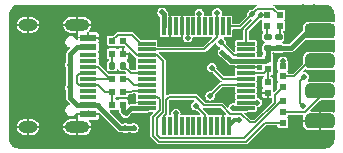
<source format=gbr>
%TF.GenerationSoftware,KiCad,Pcbnew,(6.0.2)*%
%TF.CreationDate,2022-04-18T15:37:34+08:00*%
%TF.ProjectId,ST-Link-Hulk,53542d4c-696e-46b2-9d48-756c6b2e6b69,V0.1*%
%TF.SameCoordinates,Original*%
%TF.FileFunction,Copper,L1,Top*%
%TF.FilePolarity,Positive*%
%FSLAX46Y46*%
G04 Gerber Fmt 4.6, Leading zero omitted, Abs format (unit mm)*
G04 Created by KiCad (PCBNEW (6.0.2)) date 2022-04-18 15:37:34*
%MOMM*%
%LPD*%
G01*
G04 APERTURE LIST*
G04 Aperture macros list*
%AMRoundRect*
0 Rectangle with rounded corners*
0 $1 Rounding radius*
0 $2 $3 $4 $5 $6 $7 $8 $9 X,Y pos of 4 corners*
0 Add a 4 corners polygon primitive as box body*
4,1,4,$2,$3,$4,$5,$6,$7,$8,$9,$2,$3,0*
0 Add four circle primitives for the rounded corners*
1,1,$1+$1,$2,$3*
1,1,$1+$1,$4,$5*
1,1,$1+$1,$6,$7*
1,1,$1+$1,$8,$9*
0 Add four rect primitives between the rounded corners*
20,1,$1+$1,$2,$3,$4,$5,0*
20,1,$1+$1,$4,$5,$6,$7,0*
20,1,$1+$1,$6,$7,$8,$9,0*
20,1,$1+$1,$8,$9,$2,$3,0*%
G04 Aperture macros list end*
%TA.AperFunction,SMDPad,CuDef*%
%ADD10R,0.600000X0.600000*%
%TD*%
%TA.AperFunction,SMDPad,CuDef*%
%ADD11RoundRect,0.147500X-0.147500X-0.172500X0.147500X-0.172500X0.147500X0.172500X-0.147500X0.172500X0*%
%TD*%
%TA.AperFunction,SMDPad,CuDef*%
%ADD12RoundRect,0.147500X-0.172500X0.147500X-0.172500X-0.147500X0.172500X-0.147500X0.172500X0.147500X0*%
%TD*%
%TA.AperFunction,SMDPad,CuDef*%
%ADD13RoundRect,0.317500X-0.952500X-0.317500X0.952500X-0.317500X0.952500X0.317500X-0.952500X0.317500X0*%
%TD*%
%TA.AperFunction,SMDPad,CuDef*%
%ADD14RoundRect,0.381000X-0.889000X-0.254000X0.889000X-0.254000X0.889000X0.254000X-0.889000X0.254000X0*%
%TD*%
%TA.AperFunction,SMDPad,CuDef*%
%ADD15R,1.450000X0.600000*%
%TD*%
%TA.AperFunction,SMDPad,CuDef*%
%ADD16R,1.450000X0.300000*%
%TD*%
%TA.AperFunction,ComponentPad*%
%ADD17O,2.100000X1.000000*%
%TD*%
%TA.AperFunction,ComponentPad*%
%ADD18O,1.600000X1.000000*%
%TD*%
%TA.AperFunction,SMDPad,CuDef*%
%ADD19R,1.500000X0.300000*%
%TD*%
%TA.AperFunction,SMDPad,CuDef*%
%ADD20R,0.300000X1.500000*%
%TD*%
%TA.AperFunction,ViaPad*%
%ADD21C,0.508000*%
%TD*%
%TA.AperFunction,Conductor*%
%ADD22C,0.127000*%
%TD*%
%TA.AperFunction,Conductor*%
%ADD23C,0.381000*%
%TD*%
%TA.AperFunction,Conductor*%
%ADD24C,0.304800*%
%TD*%
G04 APERTURE END LIST*
D10*
%TO.P,C1,1*%
%TO.N,GND*%
X22067800Y4860200D03*
%TO.P,C1,2*%
%TO.N,/RST*%
X22067800Y5760200D03*
%TD*%
D11*
%TO.P,D1,1,K*%
%TO.N,Net-(D1-Pad1)*%
X8873300Y7164400D03*
%TO.P,D1,2,A*%
%TO.N,/LED_B*%
X9843300Y7164400D03*
%TD*%
D12*
%TO.P,D2,1,K*%
%TO.N,Net-(D2-Pad1)*%
X22067800Y9630600D03*
%TO.P,D2,2,A*%
%TO.N,VCC*%
X22067800Y8660600D03*
%TD*%
D13*
%TO.P,J1,1,Pin_1*%
%TO.N,VCC*%
X26466600Y10110800D03*
D14*
%TO.P,J1,3,Pin_3*%
%TO.N,Net-(J1-Pad3)*%
X26466600Y7570800D03*
%TO.P,J1,5,Pin_5*%
%TO.N,Net-(J1-Pad5)*%
X26466600Y5030800D03*
%TO.P,J1,7,Pin_7*%
%TO.N,GND*%
X26466600Y2490800D03*
%TD*%
D10*
%TO.P,JP1,1,A*%
%TO.N,/ST_SWCLK*%
X23337800Y5368200D03*
%TO.P,JP1,2,C*%
%TO.N,Net-(J1-Pad3)*%
X23337800Y6268200D03*
%TO.P,JP1,3,B*%
%TO.N,/JTCK*%
X23337800Y7168200D03*
%TD*%
%TO.P,JP2,1,A*%
%TO.N,/ST_SWDIO*%
X23337800Y2345600D03*
%TO.P,JP2,2,C*%
%TO.N,Net-(J1-Pad5)*%
X23337800Y3245600D03*
%TO.P,JP2,3,B*%
%TO.N,/JTMS*%
X23337800Y4145600D03*
%TD*%
D15*
%TO.P,P1,A1,GND*%
%TO.N,GND*%
X6859600Y9550800D03*
%TO.P,P1,A4,VBUS*%
%TO.N,+5V*%
X6859600Y8750800D03*
D16*
%TO.P,P1,A5,CC*%
%TO.N,unconnected-(P1-PadA5)*%
X6859600Y7550800D03*
%TO.P,P1,A6,D+*%
%TO.N,/USB_P*%
X6859600Y6550800D03*
%TO.P,P1,A7,D-*%
%TO.N,/USB_N*%
X6859600Y6050800D03*
%TO.P,P1,A8*%
%TO.N,N/C*%
X6859600Y5050800D03*
D15*
%TO.P,P1,A9,VBUS*%
%TO.N,+5V*%
X6859600Y3850800D03*
%TO.P,P1,A12,GND*%
%TO.N,GND*%
X6859600Y3050800D03*
%TO.P,P1,B1,GND*%
X6859600Y3050800D03*
%TO.P,P1,B4,VBUS*%
%TO.N,+5V*%
X6859600Y3850800D03*
D16*
%TO.P,P1,B5,VCONN*%
%TO.N,unconnected-(P1-PadB5)*%
X6859600Y4550800D03*
%TO.P,P1,B6,D+*%
%TO.N,/USB_P*%
X6859600Y5550800D03*
%TO.P,P1,B7,D-*%
%TO.N,/USB_N*%
X6859600Y7050800D03*
%TO.P,P1,B8*%
%TO.N,N/C*%
X6859600Y8050800D03*
D15*
%TO.P,P1,B9,VBUS*%
%TO.N,+5V*%
X6859600Y8750800D03*
%TO.P,P1,B12,GND*%
%TO.N,GND*%
X6859600Y9550800D03*
D17*
%TO.P,P1,S1,GND*%
X5944600Y10620800D03*
X5944600Y1980800D03*
D18*
X1764600Y1980800D03*
X1764600Y10620800D03*
%TD*%
D10*
%TO.P,R4,1*%
%TO.N,Net-(R4-Pad1)*%
X9810600Y6046800D03*
%TO.P,R4,2*%
%TO.N,/USB_N*%
X8910600Y6046800D03*
%TD*%
%TO.P,R5,1*%
%TO.N,GND*%
X9817800Y8180400D03*
%TO.P,R5,2*%
%TO.N,Net-(D1-Pad1)*%
X8917800Y8180400D03*
%TD*%
%TO.P,R6,1*%
%TO.N,Net-(R6-Pad1)*%
X9810600Y4954600D03*
%TO.P,R6,2*%
%TO.N,/USB_P*%
X8910600Y4954600D03*
%TD*%
%TO.P,R7,1*%
%TO.N,/JTMS*%
X9817800Y9272600D03*
%TO.P,R7,2*%
%TO.N,Net-(R7-Pad2)*%
X8917800Y9272600D03*
%TD*%
%TO.P,R8,1*%
%TO.N,Net-(D2-Pad1)*%
X21991600Y10549800D03*
%TO.P,R8,2*%
%TO.N,/TX*%
X21991600Y11449800D03*
%TD*%
%TO.P,R9,1*%
%TO.N,Net-(D3-Pad1)*%
X23083800Y10549800D03*
%TO.P,R9,2*%
%TO.N,/RX*%
X23083800Y11449800D03*
%TD*%
%TO.P,R11,1*%
%TO.N,/USB_P*%
X8910612Y3862400D03*
%TO.P,R11,2*%
%TO.N,VCC*%
X9810612Y3862400D03*
%TD*%
%TO.P,R12,1*%
%TO.N,VCC*%
X22067800Y7766800D03*
%TO.P,R12,2*%
%TO.N,/RST*%
X22067800Y6866800D03*
%TD*%
D12*
%TO.P,D3,1,K*%
%TO.N,Net-(D3-Pad1)*%
X23007600Y9630600D03*
%TO.P,D3,2,A*%
%TO.N,VCC*%
X23007600Y8660600D03*
%TD*%
D19*
%TO.P,U1,1,VBAT*%
%TO.N,VCC*%
X20222600Y3550800D03*
%TO.P,U1,2,PC13*%
%TO.N,Net-(R10-Pad1)*%
X20222600Y4050800D03*
%TO.P,U1,3,PC14-OSC32_IN*%
%TO.N,unconnected-(U1-Pad3)*%
X20222600Y4550800D03*
%TO.P,U1,4,PC15-OSC32_OUT*%
%TO.N,unconnected-(U1-Pad4)*%
X20222600Y5050800D03*
%TO.P,U1,5,OSC_IN*%
%TO.N,Net-(U1-Pad5)*%
X20222600Y5550800D03*
%TO.P,U1,6,OSC_OUT*%
%TO.N,Net-(U1-Pad6)*%
X20222600Y6050800D03*
%TO.P,U1,7,NRST*%
%TO.N,/RST*%
X20222600Y6550800D03*
%TO.P,U1,8,VSSA*%
%TO.N,GND*%
X20222600Y7050800D03*
%TO.P,U1,9,VDDA*%
%TO.N,VCC*%
X20222600Y7550800D03*
%TO.P,U1,10,PA0-WKUP*%
%TO.N,Net-(R1-Pad1)*%
X20222600Y8050800D03*
%TO.P,U1,11,PA1*%
%TO.N,unconnected-(U1-Pad11)*%
X20222600Y8550800D03*
%TO.P,U1,12,PA2*%
%TO.N,/TX*%
X20222600Y9050800D03*
D20*
%TO.P,U1,13,PA3*%
%TO.N,/RX*%
X18772600Y10500800D03*
%TO.P,U1,14,PA4*%
%TO.N,unconnected-(U1-Pad14)*%
X18272600Y10500800D03*
%TO.P,U1,15,PA5*%
%TO.N,/JTCK*%
X17772600Y10500800D03*
%TO.P,U1,16,PA6*%
%TO.N,unconnected-(U1-Pad16)*%
X17272600Y10500800D03*
%TO.P,U1,17,PA7*%
%TO.N,unconnected-(U1-Pad17)*%
X16772600Y10500800D03*
%TO.P,U1,18,PB0*%
%TO.N,/nRST*%
X16272600Y10500800D03*
%TO.P,U1,19,PB1*%
%TO.N,unconnected-(U1-Pad19)*%
X15772600Y10500800D03*
%TO.P,U1,20,PB2*%
%TO.N,Net-(R3-Pad2)*%
X15272600Y10500800D03*
%TO.P,U1,21,PB10*%
%TO.N,GND*%
X14772600Y10500800D03*
%TO.P,U1,22,PB11*%
%TO.N,unconnected-(U1-Pad22)*%
X14272600Y10500800D03*
%TO.P,U1,23,VSS_1*%
%TO.N,GND*%
X13772600Y10500800D03*
%TO.P,U1,24,VDD_1*%
%TO.N,VCC*%
X13272600Y10500800D03*
D19*
%TO.P,U1,25,PB12*%
%TO.N,Net-(R7-Pad2)*%
X11822600Y9050800D03*
%TO.P,U1,26,PB13*%
%TO.N,/JTCK*%
X11822600Y8550800D03*
%TO.P,U1,27,PB14*%
%TO.N,/JTMS*%
X11822600Y8050800D03*
%TO.P,U1,28,PB15*%
%TO.N,unconnected-(U1-Pad28)*%
X11822600Y7550800D03*
%TO.P,U1,29,PA8*%
%TO.N,unconnected-(U1-Pad29)*%
X11822600Y7050800D03*
%TO.P,U1,30,PA9*%
%TO.N,/LED_B*%
X11822600Y6550800D03*
%TO.P,U1,31,PA10*%
%TO.N,unconnected-(U1-Pad31)*%
X11822600Y6050800D03*
%TO.P,U1,32,PA11*%
%TO.N,Net-(R4-Pad1)*%
X11822600Y5550800D03*
%TO.P,U1,33,PA12*%
%TO.N,Net-(R6-Pad1)*%
X11822600Y5050800D03*
%TO.P,U1,34,PA13*%
%TO.N,/ST_SWDIO*%
X11822600Y4550800D03*
%TO.P,U1,35,VSS_2*%
%TO.N,GND*%
X11822600Y4050800D03*
%TO.P,U1,36,VDD_2*%
%TO.N,VCC*%
X11822600Y3550800D03*
D20*
%TO.P,U1,37,PA14*%
%TO.N,/ST_SWCLK*%
X13272600Y2100800D03*
%TO.P,U1,38,PA15*%
%TO.N,unconnected-(U1-Pad38)*%
X13772600Y2100800D03*
%TO.P,U1,39,PB3*%
%TO.N,VCC*%
X14272600Y2100800D03*
%TO.P,U1,40,PB4*%
%TO.N,unconnected-(U1-Pad40)*%
X14772600Y2100800D03*
%TO.P,U1,41,PB5*%
%TO.N,unconnected-(U1-Pad41)*%
X15272600Y2100800D03*
%TO.P,U1,42,PB6*%
%TO.N,unconnected-(U1-Pad42)*%
X15772600Y2100800D03*
%TO.P,U1,43,PB7*%
%TO.N,unconnected-(U1-Pad43)*%
X16272600Y2100800D03*
%TO.P,U1,44,BOOT0*%
%TO.N,Net-(R13-Pad2)*%
X16772600Y2100800D03*
%TO.P,U1,45,PB8*%
%TO.N,unconnected-(U1-Pad45)*%
X17272600Y2100800D03*
%TO.P,U1,46,PB9*%
%TO.N,unconnected-(U1-Pad46)*%
X17772600Y2100800D03*
%TO.P,U1,47,VSS_3*%
%TO.N,GND*%
X18272600Y2100800D03*
%TO.P,U1,48,VDD_3*%
%TO.N,VCC*%
X18772600Y2100800D03*
%TD*%
D21*
%TO.N,GND*%
X23769600Y9602800D03*
X25649200Y8866200D03*
X26360400Y8866200D03*
X19477000Y9679000D03*
X10536200Y4395800D03*
X14651000Y6656400D03*
X16225800Y7824800D03*
X26639800Y6300800D03*
X27401800Y3786200D03*
X19451600Y11126800D03*
X24023600Y12092000D03*
X20975600Y560400D03*
X25039600Y12117400D03*
X24658600Y535000D03*
X26639800Y3786200D03*
X25954000Y6300800D03*
X25700000Y535000D03*
X25979400Y12117400D03*
X26843000Y560400D03*
X27401800Y6300800D03*
X20772400Y2948000D03*
X16225800Y5437200D03*
X27401800Y1322400D03*
X16225800Y6707200D03*
X24455400Y7139000D03*
X17876800Y3329000D03*
X22525000Y535000D03*
X20874000Y9933000D03*
X23617200Y535000D03*
X14651000Y5437200D03*
X14727200Y4014800D03*
X27020800Y8866200D03*
X14651000Y7824800D03*
%TO.N,VCC*%
X18232400Y8282000D03*
X13127000Y11685600D03*
X10028200Y3125800D03*
X19654800Y2567000D03*
X19146800Y3583000D03*
X14270000Y3125800D03*
%TO.N,/TX*%
X21530616Y11489616D03*
%TO.N,/RX*%
X20697916Y11509516D03*
%TO.N,+5V*%
X10714000Y1906600D03*
X5329200Y5335600D03*
X5329200Y7266000D03*
X10002800Y1906600D03*
%TO.N,/nRST*%
X16276600Y11584000D03*
X25166600Y6224600D03*
X25039600Y3735400D03*
%TO.N,/JTCK*%
X17775200Y11634800D03*
X23337800Y7545400D03*
%TO.N,Net-(R1-Pad1)*%
X18105400Y9145600D03*
%TO.N,Net-(R3-Pad2)*%
X15272471Y9545018D03*
%TO.N,Net-(R10-Pad1)*%
X21178161Y4050800D03*
%TO.N,Net-(R13-Pad2)*%
X15971800Y3786200D03*
%TO.N,Net-(U1-Pad6)*%
X17318000Y7012000D03*
%TO.N,Net-(U1-Pad5)*%
X17192716Y4626116D03*
%TD*%
D22*
%TO.N,GND*%
X7711600Y9550800D02*
X6859600Y9550800D01*
X9711400Y8713800D02*
X8548600Y8713800D01*
X9817800Y8180400D02*
X9817800Y8607400D01*
X9817800Y8607400D02*
X9711400Y8713800D01*
X8548600Y8713800D02*
X7711600Y9550800D01*
%TO.N,/RST*%
X20222600Y6550800D02*
X21751800Y6550800D01*
X21751800Y6550800D02*
X22067800Y6866800D01*
X22067800Y6866800D02*
X22067800Y5760200D01*
D23*
%TO.N,VCC*%
X20222600Y3550800D02*
X19179000Y3550800D01*
X9810612Y3343388D02*
X10028200Y3125800D01*
X20222600Y7550800D02*
X18963600Y7550800D01*
X23995800Y8660600D02*
X22067800Y8660600D01*
X13272600Y10500800D02*
X13272600Y11540000D01*
X26466600Y10110800D02*
X25446000Y10110800D01*
D24*
X14270000Y2103400D02*
X14272600Y2100800D01*
D23*
X19179000Y3550800D02*
X19146800Y3583000D01*
X10453200Y3550800D02*
X10028200Y3125800D01*
X9810612Y3862400D02*
X9810612Y3343388D01*
D24*
X19238800Y2567000D02*
X18772600Y2100800D01*
D23*
X11822600Y3550800D02*
X10453200Y3550800D01*
X22067800Y7766800D02*
X22067800Y8660600D01*
X18963600Y7550800D02*
X18232400Y8282000D01*
X25446000Y10110800D02*
X23995800Y8660600D01*
D24*
X19654800Y2567000D02*
X19238800Y2567000D01*
X14270000Y3125800D02*
X14270000Y2103400D01*
D23*
X20222600Y7550800D02*
X21851800Y7550800D01*
X13272600Y11540000D02*
X13127000Y11685600D01*
X21851800Y7550800D02*
X22067800Y7766800D01*
D22*
%TO.N,/LED_B*%
X10456900Y6550800D02*
X11822600Y6550800D01*
X9843300Y7164400D02*
X10456900Y6550800D01*
%TO.N,Net-(D1-Pad1)*%
X8917800Y7208900D02*
X8873300Y7164400D01*
X8917800Y8180400D02*
X8917800Y7208900D01*
%TO.N,/TX*%
X20222600Y9050800D02*
X20222600Y10181600D01*
X21570432Y11449800D02*
X21530616Y11489616D01*
X20222600Y10181600D02*
X21530616Y11489616D01*
X21991600Y11449800D02*
X21570432Y11449800D01*
%TO.N,Net-(D2-Pad1)*%
X21991600Y10549800D02*
X21991600Y9706800D01*
X21991600Y9706800D02*
X22067800Y9630600D01*
%TO.N,/RX*%
X22543200Y11990400D02*
X21178800Y11990400D01*
X18772600Y10500800D02*
X19689200Y10500800D01*
X23083800Y11449800D02*
X22543200Y11990400D01*
X19689200Y10500800D02*
X20697916Y11509516D01*
X21178800Y11990400D02*
X20697916Y11509516D01*
%TO.N,Net-(D3-Pad1)*%
X23083800Y9706800D02*
X23007600Y9630600D01*
X23083800Y10549800D02*
X23083800Y9706800D01*
%TO.N,Net-(J1-Pad3)*%
X24295800Y6268200D02*
X23337800Y6268200D01*
X26466600Y7570800D02*
X25598400Y7570800D01*
X25598400Y7570800D02*
X24295800Y6268200D01*
%TO.N,Net-(J1-Pad5)*%
X25213634Y3245600D02*
X26466600Y4498566D01*
X23337800Y3245600D02*
X25213634Y3245600D01*
X26466600Y4498566D02*
X26466600Y5030800D01*
D23*
%TO.N,+5V*%
X5329200Y4446600D02*
X5329200Y5335600D01*
X5329200Y5335600D02*
X5329200Y7266000D01*
X5329200Y7266000D02*
X5329200Y8129600D01*
X10002800Y1906600D02*
X10714000Y1906600D01*
X5329200Y8129600D02*
X5950400Y8750800D01*
X5925000Y3850800D02*
X5329200Y4446600D01*
X7703000Y3785190D02*
X9581590Y1906600D01*
X9581590Y1906600D02*
X10002800Y1906600D01*
X7703000Y3850800D02*
X7703000Y3785190D01*
X5950400Y8750800D02*
X6859600Y8750800D01*
X6859600Y3850800D02*
X5925000Y3850800D01*
X6859600Y3850800D02*
X7703000Y3850800D01*
D22*
%TO.N,/nRST*%
X16272600Y10500800D02*
X16272600Y11580000D01*
X24790680Y5848680D02*
X24790680Y3984320D01*
X25166600Y6224600D02*
X24790680Y5848680D01*
X16272600Y11580000D02*
X16276600Y11584000D01*
X24790680Y3984320D02*
X25039600Y3735400D01*
%TO.N,/JTCK*%
X17775200Y11634800D02*
X17775200Y10503400D01*
X17775200Y10503400D02*
X17772600Y10500800D01*
X23337800Y7168200D02*
X23337800Y7545400D01*
X16699600Y8550800D02*
X11822600Y8550800D01*
X17772600Y10500800D02*
X17772600Y9623800D01*
X17772600Y9623800D02*
X16699600Y8550800D01*
%TO.N,/ST_SWCLK*%
X13272600Y2100800D02*
X13272600Y2890400D01*
X13711200Y4522800D02*
X15997200Y4522800D01*
X13272600Y2890400D02*
X13482600Y3100400D01*
X13482600Y3100400D02*
X13482600Y4294200D01*
X22677400Y4707800D02*
X23337800Y5368200D01*
X19819437Y3066211D02*
X20521848Y2363800D01*
X18156200Y3811600D02*
X18901589Y3066211D01*
X20521848Y2363800D02*
X21026400Y2363800D01*
X13482600Y4294200D02*
X13711200Y4522800D01*
X21026400Y2363800D02*
X22677400Y4014800D01*
X15997200Y4522800D02*
X16708400Y3811600D01*
X18901589Y3066211D02*
X19819437Y3066211D01*
X16708400Y3811600D02*
X18156200Y3811600D01*
X22677400Y4014800D02*
X22677400Y4707800D01*
%TO.N,/JTMS*%
X9817800Y9229000D02*
X10996000Y8050800D01*
X20078978Y1017600D02*
X23206978Y4145600D01*
X10996000Y8050800D02*
X11822600Y8050800D01*
X13203200Y7547200D02*
X13203200Y3290160D01*
X12699600Y8050800D02*
X13203200Y7547200D01*
X12695200Y2782160D02*
X12695200Y1297000D01*
X9817800Y9272600D02*
X9817800Y9229000D01*
X23206978Y4145600D02*
X23337800Y4145600D01*
X12695200Y1297000D02*
X12974600Y1017600D01*
X12974600Y1017600D02*
X20078978Y1017600D01*
X11822600Y8050800D02*
X12699600Y8050800D01*
X13203200Y3290160D02*
X12695200Y2782160D01*
%TO.N,/ST_SWDIO*%
X12923800Y4326600D02*
X12923800Y3405200D01*
X11822600Y4550800D02*
X12699600Y4550800D01*
X12339600Y1258161D02*
X12859072Y738689D01*
X12859072Y738689D02*
X20194507Y738689D01*
X12699600Y4550800D02*
X12923800Y4326600D01*
X20194507Y738689D02*
X21801418Y2345600D01*
X12923800Y3405200D02*
X12339600Y2821000D01*
X21801418Y2345600D02*
X23337800Y2345600D01*
X12339600Y2821000D02*
X12339600Y1258161D01*
%TO.N,/USB_N*%
X7711600Y7050800D02*
X8715600Y6046800D01*
X6859600Y7050800D02*
X7711600Y7050800D01*
X8715600Y6046800D02*
X8910600Y6046800D01*
X6859600Y6050800D02*
X8906600Y6050800D01*
X8906600Y6050800D02*
X8910600Y6046800D01*
%TO.N,/USB_P*%
X6053778Y5550800D02*
X6859600Y5550800D01*
X5888000Y6300800D02*
X5888000Y5716578D01*
X6859600Y5550800D02*
X7711600Y5550800D01*
X8910600Y4954600D02*
X8910600Y3862400D01*
X5888000Y5716578D02*
X6053778Y5550800D01*
X8307800Y4954600D02*
X8910600Y4954600D01*
X6138000Y6550800D02*
X5888000Y6300800D01*
X7711600Y5550800D02*
X8307800Y4954600D01*
X6859600Y6550800D02*
X6138000Y6550800D01*
%TO.N,Net-(R1-Pad1)*%
X20222600Y8050800D02*
X19200200Y8050800D01*
X19200200Y8050800D02*
X18105400Y9145600D01*
%TO.N,Net-(R3-Pad2)*%
X15272600Y9545147D02*
X15272471Y9545018D01*
X15272600Y10500800D02*
X15272600Y9545147D01*
%TO.N,Net-(R4-Pad1)*%
X9810600Y6046800D02*
X10206000Y6046800D01*
X10206000Y6046800D02*
X10702000Y5550800D01*
X10702000Y5550800D02*
X11822600Y5550800D01*
%TO.N,Net-(R6-Pad1)*%
X10460000Y4954600D02*
X10556200Y5050800D01*
X10556200Y5050800D02*
X11822600Y5050800D01*
X9810600Y4954600D02*
X10460000Y4954600D01*
%TO.N,Net-(R7-Pad2)*%
X11342200Y9050800D02*
X10604989Y9788011D01*
X8917800Y9330600D02*
X8917800Y9272600D01*
X10604989Y9788011D02*
X9375211Y9788011D01*
X9375211Y9788011D02*
X8917800Y9330600D01*
X11822600Y9050800D02*
X11342200Y9050800D01*
%TO.N,Net-(R10-Pad1)*%
X20222600Y4050800D02*
X21178161Y4050800D01*
%TO.N,Net-(R13-Pad2)*%
X16772600Y2985400D02*
X15971800Y3786200D01*
X16772600Y2100800D02*
X16772600Y2985400D01*
%TO.N,Net-(U1-Pad6)*%
X20222600Y6050800D02*
X18279200Y6050800D01*
X18279200Y6050800D02*
X17318000Y7012000D01*
%TO.N,Net-(U1-Pad5)*%
X20222600Y5550800D02*
X18117400Y5550800D01*
X18117400Y5550800D02*
X17192716Y4626116D01*
%TD*%
%TA.AperFunction,Conductor*%
%TO.N,GND*%
G36*
X21148082Y12330007D02*
G01*
X21173802Y12285458D01*
X21164869Y12234800D01*
X21126691Y12202194D01*
X21122671Y12200651D01*
X21111360Y12197301D01*
X21096548Y12194152D01*
X21096546Y12194151D01*
X21088816Y12192508D01*
X21082423Y12187863D01*
X21081980Y12187666D01*
X21066096Y12179042D01*
X21065685Y12178775D01*
X21058307Y12175943D01*
X21042012Y12159648D01*
X21033048Y12151990D01*
X21014390Y12138435D01*
X21010437Y12131589D01*
X21010117Y12131233D01*
X20998633Y12116269D01*
X20816462Y11934098D01*
X20769842Y11912358D01*
X20751525Y11912998D01*
X20703763Y11920562D01*
X20697916Y11921488D01*
X20692069Y11920562D01*
X20688401Y11919981D01*
X20570610Y11901325D01*
X20530997Y11881141D01*
X20489573Y11860034D01*
X20455765Y11842808D01*
X20364624Y11751667D01*
X20306107Y11636822D01*
X20305181Y11630975D01*
X20286983Y11516073D01*
X20285944Y11509516D01*
X20286870Y11503669D01*
X20294434Y11455907D01*
X20284618Y11405412D01*
X20273334Y11390970D01*
X19621591Y10739226D01*
X19574971Y10717486D01*
X19568417Y10717200D01*
X19150699Y10717200D01*
X19102361Y10734793D01*
X19076641Y10779342D01*
X19075499Y10792400D01*
X19075499Y11265856D01*
X19066628Y11310458D01*
X19032834Y11361034D01*
X18995539Y11385954D01*
X18988417Y11390713D01*
X18988416Y11390714D01*
X18982258Y11394828D01*
X18974989Y11396274D01*
X18941282Y11402979D01*
X18941281Y11402979D01*
X18937657Y11403700D01*
X18772623Y11403700D01*
X18607544Y11403699D01*
X18582850Y11398788D01*
X18570211Y11396274D01*
X18570210Y11396274D01*
X18562942Y11394828D01*
X18556780Y11390711D01*
X18551378Y11388473D01*
X18499987Y11386230D01*
X18493821Y11388474D01*
X18488416Y11390713D01*
X18482258Y11394828D01*
X18474989Y11396274D01*
X18441282Y11402979D01*
X18441281Y11402979D01*
X18437657Y11403700D01*
X18428123Y11403700D01*
X18235813Y11403699D01*
X18187477Y11421292D01*
X18161757Y11465840D01*
X18164295Y11502138D01*
X18164322Y11502220D01*
X18167009Y11507494D01*
X18177978Y11576747D01*
X18186246Y11628953D01*
X18187172Y11634800D01*
X18167009Y11762106D01*
X18108492Y11876951D01*
X18017351Y11968092D01*
X18011837Y11970902D01*
X17962634Y11995972D01*
X17902506Y12026609D01*
X17775200Y12046772D01*
X17647894Y12026609D01*
X17587766Y11995972D01*
X17538564Y11970902D01*
X17533049Y11968092D01*
X17441908Y11876951D01*
X17383391Y11762106D01*
X17363228Y11634800D01*
X17364154Y11628953D01*
X17365948Y11617626D01*
X17383391Y11507494D01*
X17386078Y11502221D01*
X17386105Y11502137D01*
X17384309Y11450728D01*
X17349888Y11412502D01*
X17314585Y11403700D01*
X17117236Y11403699D01*
X17107544Y11403699D01*
X17082850Y11398788D01*
X17070211Y11396274D01*
X17070210Y11396274D01*
X17062942Y11394828D01*
X17056780Y11390711D01*
X17051378Y11388473D01*
X16999987Y11386230D01*
X16993821Y11388474D01*
X16988416Y11390713D01*
X16982258Y11394828D01*
X16974989Y11396274D01*
X16941282Y11402979D01*
X16941281Y11402979D01*
X16937657Y11403700D01*
X16927737Y11403700D01*
X16748062Y11403699D01*
X16699726Y11421292D01*
X16674006Y11465840D01*
X16673789Y11490663D01*
X16675607Y11502138D01*
X16685427Y11564141D01*
X16687646Y11578153D01*
X16688572Y11584000D01*
X16668409Y11711306D01*
X16619620Y11807059D01*
X16612581Y11820874D01*
X16612580Y11820875D01*
X16609892Y11826151D01*
X16518751Y11917292D01*
X16512864Y11920292D01*
X16465686Y11944330D01*
X16403906Y11975809D01*
X16276600Y11995972D01*
X16149294Y11975809D01*
X16087514Y11944330D01*
X16040337Y11920292D01*
X16034449Y11917292D01*
X15943308Y11826151D01*
X15940620Y11820875D01*
X15940619Y11820874D01*
X15933580Y11807059D01*
X15884791Y11711306D01*
X15864628Y11584000D01*
X15877594Y11502138D01*
X15879411Y11490664D01*
X15869596Y11440169D01*
X15829620Y11407797D01*
X15805137Y11403700D01*
X15617737Y11403699D01*
X15607544Y11403699D01*
X15582850Y11398788D01*
X15570211Y11396274D01*
X15570210Y11396274D01*
X15562942Y11394828D01*
X15556780Y11390711D01*
X15551378Y11388473D01*
X15499987Y11386230D01*
X15493821Y11388474D01*
X15488416Y11390713D01*
X15482258Y11394828D01*
X15474989Y11396274D01*
X15441282Y11402979D01*
X15441281Y11402979D01*
X15437657Y11403700D01*
X15272623Y11403700D01*
X15107544Y11403699D01*
X15062942Y11394828D01*
X15056781Y11390711D01*
X15050713Y11388198D01*
X14999323Y11385955D01*
X14993157Y11388199D01*
X14974801Y11395803D01*
X14941237Y11402479D01*
X14933916Y11403200D01*
X14862059Y11403200D01*
X14851902Y11399503D01*
X14848800Y11394131D01*
X14848800Y9611660D01*
X14857655Y9587331D01*
X14860596Y9556782D01*
X14861425Y9556782D01*
X14861425Y9550865D01*
X14860499Y9545018D01*
X14861425Y9539171D01*
X14866332Y9508190D01*
X14880662Y9417712D01*
X14885800Y9407628D01*
X14935018Y9311034D01*
X14939179Y9302867D01*
X15030320Y9211726D01*
X15035596Y9209038D01*
X15035597Y9209037D01*
X15056083Y9198599D01*
X15145165Y9153209D01*
X15151012Y9152283D01*
X15253088Y9136116D01*
X15272471Y9133046D01*
X15291855Y9136116D01*
X15393930Y9152283D01*
X15399777Y9153209D01*
X15488859Y9198599D01*
X15509345Y9209037D01*
X15509346Y9209038D01*
X15514622Y9211726D01*
X15605763Y9302867D01*
X15609925Y9311034D01*
X15659142Y9407628D01*
X15664280Y9417712D01*
X15682771Y9534464D01*
X15707709Y9579454D01*
X15757045Y9597900D01*
X15926235Y9597901D01*
X15937656Y9597901D01*
X15962350Y9602812D01*
X15974989Y9605326D01*
X15974990Y9605326D01*
X15982258Y9606772D01*
X15988420Y9610889D01*
X15993822Y9613127D01*
X16045213Y9615370D01*
X16051379Y9613126D01*
X16056783Y9610888D01*
X16062942Y9606772D01*
X16070206Y9605327D01*
X16103783Y9598648D01*
X16107543Y9597900D01*
X16272577Y9597900D01*
X16437656Y9597901D01*
X16462350Y9602812D01*
X16474989Y9605326D01*
X16474990Y9605326D01*
X16482258Y9606772D01*
X16488420Y9610889D01*
X16493822Y9613127D01*
X16545213Y9615370D01*
X16551379Y9613126D01*
X16556783Y9610888D01*
X16562942Y9606772D01*
X16570206Y9605327D01*
X16603783Y9598648D01*
X16607543Y9597900D01*
X16772577Y9597900D01*
X16937656Y9597901D01*
X16962350Y9602812D01*
X16974989Y9605326D01*
X16974990Y9605326D01*
X16982258Y9606772D01*
X16988420Y9610889D01*
X16993822Y9613127D01*
X17045213Y9615370D01*
X17051379Y9613126D01*
X17056783Y9610888D01*
X17062942Y9606772D01*
X17070206Y9605327D01*
X17103783Y9598648D01*
X17107543Y9597900D01*
X17259117Y9597900D01*
X17307455Y9580307D01*
X17333175Y9535758D01*
X17324242Y9485100D01*
X17312294Y9469530D01*
X17025466Y9182701D01*
X16631991Y8789226D01*
X16585371Y8767486D01*
X16578817Y8767200D01*
X12793552Y8767200D01*
X12745214Y8784793D01*
X12719494Y8829342D01*
X12719797Y8857070D01*
X12724779Y8882116D01*
X12724779Y8882121D01*
X12725500Y8885743D01*
X12725499Y9215856D01*
X12716628Y9260458D01*
X12682834Y9311034D01*
X12674217Y9316792D01*
X12638417Y9340713D01*
X12638416Y9340714D01*
X12632258Y9344828D01*
X12587657Y9353700D01*
X12455881Y9353700D01*
X11376485Y9353699D01*
X11328147Y9371292D01*
X11323311Y9375725D01*
X10763427Y9935608D01*
X10760716Y9938464D01*
X10740317Y9961120D01*
X10735028Y9966994D01*
X10713967Y9976371D01*
X10703597Y9982002D01*
X10690901Y9990247D01*
X10690900Y9990247D01*
X10684273Y9994551D01*
X10676468Y9995787D01*
X10676010Y9995963D01*
X10658691Y10001093D01*
X10658207Y10001196D01*
X10650986Y10004411D01*
X10627941Y10004411D01*
X10616177Y10005337D01*
X10601216Y10007707D01*
X10601214Y10007707D01*
X10593410Y10008943D01*
X10585775Y10006897D01*
X10585295Y10006872D01*
X10566595Y10004411D01*
X9382862Y10004411D01*
X9378925Y10004514D01*
X9340602Y10006523D01*
X9319068Y9998257D01*
X9307780Y9994913D01*
X9285227Y9990119D01*
X9278831Y9985473D01*
X9278383Y9985273D01*
X9262510Y9976655D01*
X9262097Y9976387D01*
X9254718Y9973554D01*
X9238423Y9957259D01*
X9229459Y9949601D01*
X9210801Y9936046D01*
X9206848Y9929200D01*
X9206528Y9928844D01*
X9195044Y9913880D01*
X9028690Y9747526D01*
X8982070Y9725786D01*
X8975516Y9725500D01*
X8645599Y9725499D01*
X8602744Y9725499D01*
X8558142Y9716628D01*
X8507566Y9682834D01*
X8503452Y9676677D01*
X8485787Y9650239D01*
X8473772Y9632258D01*
X8472327Y9624994D01*
X8466868Y9597548D01*
X8464900Y9587657D01*
X8464901Y8957544D01*
X8473772Y8912942D01*
X8507566Y8862366D01*
X8513723Y8858252D01*
X8551983Y8832687D01*
X8551984Y8832686D01*
X8558142Y8828572D01*
X8602743Y8819700D01*
X8917757Y8819700D01*
X9232856Y8819701D01*
X9277458Y8828572D01*
X9326021Y8861021D01*
X9375987Y8873248D01*
X9409579Y8861021D01*
X9451983Y8832687D01*
X9451984Y8832686D01*
X9458142Y8828572D01*
X9502743Y8819700D01*
X9547115Y8819700D01*
X9889915Y8819701D01*
X9938252Y8802108D01*
X9943089Y8797675D01*
X9979590Y8761174D01*
X10001330Y8714554D01*
X9988016Y8664867D01*
X9945879Y8635362D01*
X9926416Y8632800D01*
X9907259Y8632800D01*
X9897102Y8629103D01*
X9894000Y8623731D01*
X9894000Y8269859D01*
X9897697Y8259702D01*
X9903069Y8256600D01*
X10256941Y8256600D01*
X10267098Y8260297D01*
X10270200Y8265669D01*
X10270200Y8289016D01*
X10287793Y8337354D01*
X10332342Y8363074D01*
X10383000Y8354141D01*
X10398574Y8342190D01*
X10837570Y7903194D01*
X10840281Y7900338D01*
X10857350Y7881381D01*
X10865961Y7871817D01*
X10887016Y7862443D01*
X10897392Y7856808D01*
X10902197Y7853687D01*
X10933151Y7812603D01*
X10930804Y7763798D01*
X10928572Y7760458D01*
X10919700Y7715857D01*
X10919701Y7385744D01*
X10928572Y7341142D01*
X10932689Y7334980D01*
X10934927Y7329578D01*
X10937170Y7278187D01*
X10934926Y7272021D01*
X10932688Y7266617D01*
X10928572Y7260458D01*
X10927127Y7253194D01*
X10922839Y7231635D01*
X10919700Y7215857D01*
X10919701Y6885744D01*
X10920959Y6879421D01*
X10925404Y6857069D01*
X10917578Y6806228D01*
X10878902Y6772312D01*
X10851649Y6767200D01*
X10577683Y6767200D01*
X10529345Y6784793D01*
X10524509Y6789226D01*
X10313226Y7000509D01*
X10291486Y7047129D01*
X10291200Y7053683D01*
X10291199Y7379307D01*
X10291199Y7381524D01*
X10288083Y7407723D01*
X10256174Y7479559D01*
X10245475Y7503647D01*
X10245474Y7503648D01*
X10242655Y7509995D01*
X10237739Y7514902D01*
X10237738Y7514904D01*
X10168370Y7584152D01*
X10168368Y7584153D01*
X10163456Y7589057D01*
X10154664Y7592944D01*
X10152515Y7595008D01*
X10151375Y7595789D01*
X10151505Y7595979D01*
X10117569Y7628580D01*
X10112058Y7679723D01*
X10140711Y7722444D01*
X10163250Y7732337D01*
X10163157Y7732563D01*
X10183423Y7740958D01*
X10221520Y7766414D01*
X10231786Y7776680D01*
X10257242Y7814777D01*
X10262803Y7828202D01*
X10269479Y7861763D01*
X10270200Y7869084D01*
X10270200Y8090941D01*
X10266503Y8101098D01*
X10261131Y8104200D01*
X9816800Y8104200D01*
X9768462Y8121793D01*
X9742742Y8166342D01*
X9741600Y8179400D01*
X9741600Y8619541D01*
X9737903Y8629698D01*
X9732531Y8632800D01*
X9506484Y8632800D01*
X9499163Y8632079D01*
X9465602Y8625403D01*
X9452177Y8619842D01*
X9410029Y8591679D01*
X9360064Y8579452D01*
X9326470Y8591679D01*
X9283617Y8620313D01*
X9283616Y8620314D01*
X9277458Y8624428D01*
X9250965Y8629698D01*
X9236482Y8632579D01*
X9236481Y8632579D01*
X9232857Y8633300D01*
X8917843Y8633300D01*
X8602744Y8633299D01*
X8558142Y8624428D01*
X8507566Y8590634D01*
X8503452Y8584477D01*
X8480120Y8549558D01*
X8473772Y8540058D01*
X8464900Y8495457D01*
X8464901Y7865344D01*
X8473772Y7820742D01*
X8507566Y7770166D01*
X8558142Y7736372D01*
X8565407Y7734927D01*
X8567217Y7734177D01*
X8605141Y7699424D01*
X8611854Y7648424D01*
X8584214Y7605041D01*
X8568964Y7595977D01*
X8559053Y7591575D01*
X8559052Y7591574D01*
X8552705Y7588755D01*
X8547798Y7583839D01*
X8547796Y7583838D01*
X8478548Y7514470D01*
X8473643Y7509556D01*
X8470838Y7503210D01*
X8470836Y7503208D01*
X8457011Y7471935D01*
X8428394Y7407204D01*
X8427740Y7401593D01*
X8427739Y7401590D01*
X8426323Y7389441D01*
X8425400Y7381525D01*
X8425401Y6947276D01*
X8428517Y6921077D01*
X8444212Y6885743D01*
X8469265Y6829342D01*
X8473945Y6818805D01*
X8478861Y6813898D01*
X8478862Y6813896D01*
X8548230Y6744648D01*
X8548232Y6744647D01*
X8553144Y6739743D01*
X8559490Y6736938D01*
X8559492Y6736936D01*
X8615382Y6712228D01*
X8655496Y6694494D01*
X8661107Y6693840D01*
X8661110Y6693839D01*
X8679013Y6691752D01*
X8679014Y6691752D01*
X8681175Y6691500D01*
X8871506Y6691500D01*
X9065424Y6691501D01*
X9091623Y6694617D01*
X9139441Y6715857D01*
X9187547Y6737225D01*
X9187548Y6737226D01*
X9193895Y6740045D01*
X9198802Y6744961D01*
X9198804Y6744962D01*
X9268052Y6814330D01*
X9268053Y6814332D01*
X9272957Y6819244D01*
X9289536Y6856745D01*
X9325171Y6893840D01*
X9376315Y6899352D01*
X9419036Y6870699D01*
X9427039Y6856865D01*
X9439265Y6829342D01*
X9443945Y6818805D01*
X9448861Y6813898D01*
X9448862Y6813896D01*
X9518230Y6744648D01*
X9518232Y6744647D01*
X9523144Y6739743D01*
X9529490Y6736938D01*
X9529492Y6736936D01*
X9585382Y6712228D01*
X9625496Y6694494D01*
X9631107Y6693840D01*
X9631110Y6693839D01*
X9649013Y6691752D01*
X9649014Y6691752D01*
X9651175Y6691500D01*
X9674616Y6691500D01*
X9979015Y6691501D01*
X10027352Y6673908D01*
X10032189Y6669475D01*
X10073590Y6628074D01*
X10095330Y6581454D01*
X10082016Y6531767D01*
X10039879Y6502262D01*
X10020416Y6499700D01*
X9516928Y6499699D01*
X9495544Y6499699D01*
X9450942Y6490828D01*
X9444784Y6486713D01*
X9444782Y6486712D01*
X9402379Y6458379D01*
X9352413Y6446152D01*
X9318821Y6458379D01*
X9276417Y6486713D01*
X9276416Y6486714D01*
X9270258Y6490828D01*
X9248018Y6495252D01*
X9229282Y6498979D01*
X9229281Y6498979D01*
X9225657Y6499700D01*
X8935849Y6499700D01*
X8599884Y6499699D01*
X8551546Y6517292D01*
X8546710Y6521725D01*
X7870039Y7198396D01*
X7867328Y7201252D01*
X7846928Y7223909D01*
X7841639Y7229783D01*
X7820578Y7239160D01*
X7810208Y7244791D01*
X7808468Y7245921D01*
X7790884Y7257340D01*
X7783079Y7258576D01*
X7776403Y7261139D01*
X7737580Y7294887D01*
X7729597Y7346014D01*
X7737500Y7385743D01*
X7737499Y7715856D01*
X7728628Y7760458D01*
X7724511Y7766620D01*
X7722273Y7772022D01*
X7720030Y7823413D01*
X7722274Y7829579D01*
X7724512Y7834983D01*
X7728628Y7841142D01*
X7737500Y7885743D01*
X7737499Y8215856D01*
X7728628Y8260458D01*
X7712883Y8284022D01*
X7700657Y8333987D01*
X7712883Y8367578D01*
X7724513Y8384984D01*
X7728628Y8391142D01*
X7733290Y8414579D01*
X7736779Y8432118D01*
X7736779Y8432119D01*
X7737500Y8435743D01*
X7737499Y9065856D01*
X7728628Y9110458D01*
X7724511Y9116619D01*
X7721998Y9122687D01*
X7719755Y9174077D01*
X7721999Y9180243D01*
X7729603Y9198599D01*
X7736279Y9232163D01*
X7737000Y9239484D01*
X7737000Y9461341D01*
X7733303Y9471498D01*
X7727931Y9474600D01*
X5995459Y9474600D01*
X5985302Y9470903D01*
X5982200Y9465531D01*
X5982200Y9446981D01*
X5964607Y9398643D01*
X5920058Y9372923D01*
X5869400Y9381856D01*
X5843402Y9406853D01*
X5785142Y9499189D01*
X5785136Y9499196D01*
X5782281Y9503721D01*
X5679676Y9594339D01*
X5674829Y9596615D01*
X5674827Y9596616D01*
X5589978Y9636452D01*
X5581869Y9640259D01*
X5982200Y9640259D01*
X5985897Y9630102D01*
X5991269Y9627000D01*
X6770141Y9627000D01*
X6780298Y9630697D01*
X6783400Y9636069D01*
X6783400Y9985899D01*
X6800993Y10034237D01*
X6814400Y10046738D01*
X6816400Y10048191D01*
X6865848Y10062369D01*
X6912840Y10041445D01*
X6935388Y9995210D01*
X6935800Y9987352D01*
X6935800Y9640259D01*
X6939497Y9630102D01*
X6944869Y9627000D01*
X7723741Y9627000D01*
X7733898Y9630697D01*
X7737000Y9636069D01*
X7737000Y9862116D01*
X7736279Y9869437D01*
X7729603Y9902998D01*
X7724042Y9916423D01*
X7698586Y9954520D01*
X7688320Y9964786D01*
X7650223Y9990242D01*
X7636798Y9995803D01*
X7603237Y10002479D01*
X7595916Y10003200D01*
X6985917Y10003200D01*
X6937579Y10020793D01*
X6911859Y10065342D01*
X6920792Y10116000D01*
X6937884Y10134984D01*
X6937472Y10135423D01*
X6947766Y10145090D01*
X7046805Y10264807D01*
X7051829Y10272724D01*
X7117985Y10413313D01*
X7120887Y10422244D01*
X7141743Y10531574D01*
X7140015Y10542246D01*
X7137288Y10544600D01*
X6034059Y10544600D01*
X6023902Y10540903D01*
X6020800Y10535531D01*
X6020800Y9975720D01*
X6001594Y9925523D01*
X5999594Y9923292D01*
X5984731Y9915348D01*
X5988052Y9895235D01*
X5982921Y9869439D01*
X5982200Y9862116D01*
X5982200Y9640259D01*
X5581869Y9640259D01*
X5555761Y9652517D01*
X5509710Y9659687D01*
X5454694Y9668254D01*
X5454689Y9668254D01*
X5451827Y9668700D01*
X5380288Y9668700D01*
X5341619Y9663162D01*
X5284393Y9654967D01*
X5284389Y9654966D01*
X5279090Y9654207D01*
X5274216Y9651991D01*
X5274213Y9651990D01*
X5239197Y9636069D01*
X5154474Y9597548D01*
X5117668Y9565834D01*
X5054823Y9511684D01*
X5054820Y9511681D01*
X5050769Y9508190D01*
X5047858Y9503699D01*
X4985086Y9406853D01*
X4976312Y9393317D01*
X4968890Y9368498D01*
X4940302Y9272906D01*
X4937089Y9262164D01*
X4937056Y9256809D01*
X4937056Y9256807D01*
X4936748Y9206336D01*
X4936253Y9125275D01*
X4973871Y8993652D01*
X5046919Y8877879D01*
X5149524Y8787261D01*
X5154371Y8784985D01*
X5154373Y8784984D01*
X5205087Y8761174D01*
X5273439Y8729083D01*
X5278734Y8728259D01*
X5283857Y8726692D01*
X5283027Y8723976D01*
X5318937Y8704200D01*
X5337504Y8656228D01*
X5320891Y8607545D01*
X5315493Y8601534D01*
X5099299Y8385340D01*
X5094462Y8380907D01*
X5062083Y8353738D01*
X5058795Y8348044D01*
X5058793Y8348041D01*
X5040945Y8317129D01*
X5037422Y8311600D01*
X5016947Y8282357D01*
X5016946Y8282354D01*
X5013173Y8276966D01*
X5011471Y8270615D01*
X5010035Y8267535D01*
X5005987Y8257760D01*
X5004822Y8254560D01*
X5001532Y8248861D01*
X5000390Y8242382D01*
X4994192Y8207237D01*
X4992773Y8200835D01*
X4986256Y8176511D01*
X4981830Y8159991D01*
X4982403Y8153439D01*
X4982403Y8153437D01*
X4985514Y8117884D01*
X4985800Y8111330D01*
X4985800Y7506368D01*
X4977604Y7472228D01*
X4977455Y7471935D01*
X4937391Y7393306D01*
X4917228Y7266000D01*
X4937391Y7138694D01*
X4960883Y7092589D01*
X4977604Y7059772D01*
X4985800Y7025632D01*
X4985800Y5575968D01*
X4977604Y5541828D01*
X4937391Y5462906D01*
X4917228Y5335600D01*
X4918154Y5329753D01*
X4921759Y5306991D01*
X4937391Y5208294D01*
X4940078Y5203021D01*
X4977604Y5129372D01*
X4985800Y5095232D01*
X4985800Y4464870D01*
X4985514Y4458316D01*
X4983905Y4439922D01*
X4981830Y4416209D01*
X4983533Y4409853D01*
X4992773Y4375365D01*
X4994192Y4368963D01*
X5001532Y4327339D01*
X5004822Y4321640D01*
X5005987Y4318440D01*
X5010035Y4308665D01*
X5011471Y4305585D01*
X5013173Y4299234D01*
X5016946Y4293846D01*
X5016947Y4293843D01*
X5037422Y4264600D01*
X5040945Y4259071D01*
X5058793Y4228159D01*
X5058795Y4228156D01*
X5062083Y4222462D01*
X5067119Y4218236D01*
X5067121Y4218234D01*
X5094464Y4195291D01*
X5099300Y4190859D01*
X5296453Y3993706D01*
X5318193Y3947086D01*
X5304879Y3897399D01*
X5274405Y3872077D01*
X5154474Y3817548D01*
X5113411Y3782166D01*
X5054823Y3731684D01*
X5054820Y3731681D01*
X5050769Y3728190D01*
X5047858Y3723699D01*
X4988822Y3632617D01*
X4976312Y3613317D01*
X4964307Y3573174D01*
X4944266Y3506161D01*
X4937089Y3482164D01*
X4937056Y3476809D01*
X4937056Y3476807D01*
X4936894Y3450219D01*
X4936253Y3345275D01*
X4973871Y3213652D01*
X5046919Y3097879D01*
X5149524Y3007261D01*
X5154371Y3004985D01*
X5154373Y3004984D01*
X5194906Y2985954D01*
X5273439Y2949083D01*
X5319490Y2941913D01*
X5374506Y2933346D01*
X5374511Y2933346D01*
X5377373Y2932900D01*
X5448912Y2932900D01*
X5487581Y2938438D01*
X5544807Y2946633D01*
X5544811Y2946634D01*
X5550110Y2947393D01*
X5554984Y2949609D01*
X5554987Y2949610D01*
X5650906Y2993222D01*
X5674726Y3004052D01*
X5724629Y3047051D01*
X5774377Y3089916D01*
X5774380Y3089919D01*
X5778431Y3093410D01*
X5807848Y3138794D01*
X5843896Y3194410D01*
X5884951Y3225403D01*
X5936323Y3222756D01*
X5973974Y3187707D01*
X5982200Y3153508D01*
X5982200Y3140259D01*
X5985897Y3130102D01*
X5991269Y3127000D01*
X6770141Y3127000D01*
X6780298Y3130697D01*
X6783400Y3136069D01*
X6783400Y3322700D01*
X6800993Y3371038D01*
X6845542Y3396758D01*
X6858562Y3397900D01*
X6859562Y3397900D01*
X6860563Y3397901D01*
X6908909Y3380332D01*
X6934651Y3335796D01*
X6935800Y3322701D01*
X6935800Y3140259D01*
X6939497Y3130102D01*
X6944869Y3127000D01*
X7723741Y3127000D01*
X7733898Y3130697D01*
X7735392Y3133284D01*
X7774797Y3166349D01*
X7826237Y3166349D01*
X7853691Y3148858D01*
X9325850Y1676699D01*
X9330283Y1671862D01*
X9357452Y1639483D01*
X9363149Y1636194D01*
X9363150Y1636193D01*
X9394055Y1618350D01*
X9399587Y1614826D01*
X9428835Y1594347D01*
X9428837Y1594346D01*
X9434224Y1590574D01*
X9440575Y1588872D01*
X9443666Y1587431D01*
X9453447Y1583380D01*
X9456634Y1582220D01*
X9462329Y1578932D01*
X9478155Y1576141D01*
X9503964Y1571590D01*
X9510366Y1570171D01*
X9537453Y1562914D01*
X9551199Y1559231D01*
X9557751Y1559804D01*
X9557753Y1559804D01*
X9593298Y1562914D01*
X9599852Y1563200D01*
X9762432Y1563200D01*
X9796573Y1555004D01*
X9875494Y1514791D01*
X9881341Y1513865D01*
X9977362Y1498657D01*
X10002800Y1494628D01*
X10028239Y1498657D01*
X10124259Y1513865D01*
X10130106Y1514791D01*
X10209027Y1555004D01*
X10243168Y1563200D01*
X10473632Y1563200D01*
X10507773Y1555004D01*
X10586694Y1514791D01*
X10592541Y1513865D01*
X10688562Y1498657D01*
X10714000Y1494628D01*
X10739439Y1498657D01*
X10835459Y1513865D01*
X10841306Y1514791D01*
X10941098Y1565638D01*
X10950874Y1570619D01*
X10950875Y1570620D01*
X10956151Y1573308D01*
X11047292Y1664449D01*
X11072207Y1713346D01*
X11098952Y1765837D01*
X11105809Y1779294D01*
X11115890Y1842947D01*
X11125046Y1900753D01*
X11125972Y1906600D01*
X11105809Y2033906D01*
X11068477Y2107174D01*
X11049981Y2143474D01*
X11049980Y2143475D01*
X11047292Y2148751D01*
X10956151Y2239892D01*
X10923967Y2256291D01*
X10846579Y2295722D01*
X10846580Y2295722D01*
X10841306Y2298409D01*
X10714000Y2318572D01*
X10586694Y2298409D01*
X10581420Y2295722D01*
X10581421Y2295722D01*
X10507772Y2258196D01*
X10473632Y2250000D01*
X10243168Y2250000D01*
X10209028Y2258196D01*
X10135379Y2295722D01*
X10135380Y2295722D01*
X10130106Y2298409D01*
X10002800Y2318572D01*
X9875494Y2298409D01*
X9870220Y2295722D01*
X9870221Y2295722D01*
X9796572Y2258196D01*
X9762432Y2250000D01*
X9754979Y2250000D01*
X9706641Y2267593D01*
X9701805Y2272026D01*
X8692705Y3281126D01*
X8670965Y3327746D01*
X8684279Y3377433D01*
X8726416Y3406938D01*
X8745879Y3409500D01*
X9210543Y3409501D01*
X9225668Y3409501D01*
X9270270Y3418372D01*
X9318833Y3450821D01*
X9368799Y3463048D01*
X9402391Y3450821D01*
X9433791Y3429840D01*
X9464208Y3388357D01*
X9467212Y3367314D01*
X9467212Y3361658D01*
X9466926Y3355104D01*
X9465166Y3334983D01*
X9463242Y3312997D01*
X9464945Y3306641D01*
X9474185Y3272153D01*
X9475604Y3265751D01*
X9477442Y3255327D01*
X9482944Y3224127D01*
X9486234Y3218428D01*
X9487399Y3215228D01*
X9491447Y3205453D01*
X9492883Y3202373D01*
X9494585Y3196022D01*
X9498358Y3190634D01*
X9498359Y3190631D01*
X9518834Y3161388D01*
X9522357Y3155859D01*
X9540205Y3124947D01*
X9540207Y3124944D01*
X9543495Y3119250D01*
X9548531Y3115024D01*
X9548533Y3115022D01*
X9575876Y3092079D01*
X9580712Y3087647D01*
X9612814Y3055545D01*
X9633914Y3014134D01*
X9635003Y3007261D01*
X9636391Y2998494D01*
X9639077Y2993223D01*
X9639077Y2993222D01*
X9671014Y2930543D01*
X9694908Y2883649D01*
X9786049Y2792508D01*
X9791325Y2789820D01*
X9791326Y2789819D01*
X9839114Y2765470D01*
X9900894Y2733991D01*
X10028200Y2713828D01*
X10155506Y2733991D01*
X10217286Y2765470D01*
X10265074Y2789819D01*
X10265075Y2789820D01*
X10270351Y2792508D01*
X10361492Y2883649D01*
X10385386Y2930543D01*
X10417323Y2993222D01*
X10417323Y2993223D01*
X10420009Y2998494D01*
X10421398Y3007261D01*
X10422486Y3014134D01*
X10443586Y3055545D01*
X10573415Y3185374D01*
X10620035Y3207114D01*
X10626589Y3207400D01*
X11852641Y3207400D01*
X11855866Y3207969D01*
X11855870Y3207969D01*
X11917293Y3218800D01*
X11941861Y3223132D01*
X11967311Y3237826D01*
X12004912Y3247901D01*
X12278916Y3247901D01*
X12327254Y3230308D01*
X12352974Y3185759D01*
X12344041Y3135101D01*
X12332091Y3119527D01*
X12191994Y2979429D01*
X12189138Y2976719D01*
X12160617Y2951039D01*
X12157403Y2943820D01*
X12151240Y2929978D01*
X12145609Y2919608D01*
X12133060Y2900284D01*
X12131824Y2892479D01*
X12131648Y2892021D01*
X12126518Y2874702D01*
X12126415Y2874218D01*
X12123200Y2866997D01*
X12123200Y2843952D01*
X12122274Y2832188D01*
X12118668Y2809421D01*
X12120714Y2801786D01*
X12120740Y2801288D01*
X12123200Y2782609D01*
X12123200Y1265812D01*
X12123097Y1261875D01*
X12121088Y1223552D01*
X12129354Y1202018D01*
X12132698Y1190730D01*
X12137492Y1168177D01*
X12142138Y1161781D01*
X12142338Y1161333D01*
X12150956Y1145460D01*
X12151224Y1145047D01*
X12154057Y1137668D01*
X12170352Y1121373D01*
X12178010Y1112409D01*
X12191565Y1093751D01*
X12198411Y1089798D01*
X12198767Y1089478D01*
X12213731Y1077994D01*
X12700642Y591083D01*
X12703352Y588228D01*
X12729033Y559706D01*
X12750088Y550332D01*
X12760460Y544701D01*
X12779788Y532149D01*
X12787597Y530912D01*
X12788056Y530736D01*
X12805370Y525607D01*
X12805854Y525504D01*
X12813075Y522289D01*
X12836120Y522289D01*
X12847885Y521363D01*
X12870651Y517757D01*
X12878286Y519803D01*
X12878784Y519829D01*
X12897463Y522289D01*
X20186856Y522289D01*
X20190793Y522186D01*
X20229116Y520177D01*
X20250650Y528443D01*
X20261938Y531787D01*
X20284491Y536581D01*
X20290887Y541227D01*
X20291335Y541427D01*
X20307208Y550045D01*
X20307621Y550313D01*
X20315000Y553146D01*
X20331295Y569441D01*
X20340259Y577099D01*
X20358917Y590654D01*
X20362870Y597500D01*
X20363190Y597856D01*
X20374674Y612820D01*
X21869028Y2107174D01*
X21915648Y2128914D01*
X21922202Y2129200D01*
X22809701Y2129200D01*
X22858039Y2111607D01*
X22883759Y2067058D01*
X22884901Y2054000D01*
X22884901Y2030544D01*
X22893772Y1985942D01*
X22927566Y1935366D01*
X22933723Y1931252D01*
X22971983Y1905687D01*
X22971984Y1905686D01*
X22978142Y1901572D01*
X23022743Y1892700D01*
X23337757Y1892700D01*
X23652856Y1892701D01*
X23697458Y1901572D01*
X23748034Y1935366D01*
X23781828Y1985942D01*
X23790700Y2030543D01*
X23790700Y2197618D01*
X25044201Y2197618D01*
X25044473Y2193114D01*
X25054146Y2113172D01*
X25056507Y2103874D01*
X25106637Y1977258D01*
X25111625Y1968406D01*
X25193786Y1860163D01*
X25200963Y1852986D01*
X25309206Y1770825D01*
X25318058Y1765837D01*
X25444680Y1715705D01*
X25453965Y1713347D01*
X25533899Y1703674D01*
X25538433Y1703400D01*
X26377141Y1703400D01*
X26387298Y1707097D01*
X26390400Y1712469D01*
X26390400Y2401341D01*
X26386703Y2411498D01*
X26381331Y2414600D01*
X25057460Y2414600D01*
X25047303Y2410903D01*
X25044201Y2405531D01*
X25044201Y2197618D01*
X23790700Y2197618D01*
X23790699Y2660656D01*
X23781828Y2705258D01*
X23749379Y2753821D01*
X23737152Y2803787D01*
X23749379Y2837379D01*
X23777713Y2879783D01*
X23777714Y2879784D01*
X23781828Y2885942D01*
X23790700Y2930543D01*
X23790700Y2954000D01*
X23808293Y3002338D01*
X23852842Y3028058D01*
X23865900Y3029200D01*
X25005826Y3029200D01*
X25054164Y3011607D01*
X25079884Y2967058D01*
X25075745Y2926318D01*
X25056506Y2877723D01*
X25054147Y2868435D01*
X25044474Y2788501D01*
X25044200Y2783967D01*
X25044200Y2580259D01*
X25047897Y2570102D01*
X25053269Y2567000D01*
X26377141Y2567000D01*
X26387298Y2570697D01*
X26390400Y2576069D01*
X26390400Y3264940D01*
X26386703Y3275097D01*
X26381331Y3278199D01*
X25733817Y3278199D01*
X25685479Y3295792D01*
X25659759Y3340341D01*
X25668692Y3390999D01*
X25680643Y3406573D01*
X26494944Y4220874D01*
X26541564Y4242614D01*
X26548118Y4242900D01*
X27397084Y4242900D01*
X27484150Y4253436D01*
X27576867Y4290145D01*
X27615390Y4305397D01*
X27615391Y4305398D01*
X27620158Y4307285D01*
X27621321Y4308168D01*
X27670634Y4316331D01*
X27714910Y4290145D01*
X27732000Y4242414D01*
X27732000Y3278606D01*
X27714407Y3230268D01*
X27669858Y3204548D01*
X27619883Y3213091D01*
X27615140Y3215763D01*
X27488520Y3265895D01*
X27479235Y3268253D01*
X27399301Y3277926D01*
X27394767Y3278200D01*
X26556059Y3278200D01*
X26545902Y3274503D01*
X26542800Y3269131D01*
X26542800Y1716660D01*
X26546497Y1706503D01*
X26551869Y1703401D01*
X27394782Y1703401D01*
X27399286Y1703673D01*
X27479228Y1713346D01*
X27488526Y1715707D01*
X27615140Y1765837D01*
X27619883Y1768509D01*
X27670632Y1776911D01*
X27714909Y1750726D01*
X27732000Y1702994D01*
X27732000Y1029962D01*
X27729439Y1010505D01*
X27726624Y1000000D01*
X27729186Y990437D01*
X27729186Y980535D01*
X27728490Y980535D01*
X27729214Y971711D01*
X27716440Y842011D01*
X27713564Y827554D01*
X27669629Y682718D01*
X27663991Y669107D01*
X27599217Y547924D01*
X27592645Y535629D01*
X27584456Y523373D01*
X27488440Y406378D01*
X27478022Y395960D01*
X27361028Y299945D01*
X27348772Y291755D01*
X27215293Y220409D01*
X27201682Y214771D01*
X27056847Y170836D01*
X27042390Y167960D01*
X26912688Y155186D01*
X26903865Y155910D01*
X26903865Y155214D01*
X26893963Y155214D01*
X26884400Y157776D01*
X26873895Y154961D01*
X26854438Y152400D01*
X1029962Y152400D01*
X1010505Y154961D01*
X1000000Y157776D01*
X990437Y155214D01*
X980535Y155214D01*
X980535Y155910D01*
X971712Y155186D01*
X842010Y167960D01*
X827553Y170836D01*
X682718Y214771D01*
X669107Y220409D01*
X535628Y291755D01*
X523372Y299945D01*
X406378Y395960D01*
X395960Y406378D01*
X299944Y523373D01*
X291755Y535629D01*
X285183Y547924D01*
X220409Y669107D01*
X214771Y682718D01*
X170836Y827554D01*
X167960Y842011D01*
X155186Y971711D01*
X155910Y980537D01*
X155214Y980537D01*
X155214Y990438D01*
X157776Y1000000D01*
X154894Y1010756D01*
X153581Y1030737D01*
X152400Y1030737D01*
X152400Y1896422D01*
X816219Y1896422D01*
X818366Y1862299D01*
X820124Y1853085D01*
X868138Y1705309D01*
X872134Y1696820D01*
X955385Y1565638D01*
X961373Y1558399D01*
X1074629Y1452045D01*
X1082230Y1446522D01*
X1218381Y1371672D01*
X1227110Y1368216D01*
X1377597Y1329578D01*
X1386917Y1328400D01*
X1675141Y1328400D01*
X1685298Y1332097D01*
X1688400Y1337469D01*
X1688400Y1341659D01*
X1840800Y1341659D01*
X1844497Y1331502D01*
X1849869Y1328400D01*
X2103274Y1328400D01*
X2107995Y1328697D01*
X2223443Y1343281D01*
X2232533Y1345615D01*
X2376995Y1402812D01*
X2385222Y1407335D01*
X2510916Y1498657D01*
X2517766Y1505090D01*
X2616805Y1624807D01*
X2621829Y1632724D01*
X2687985Y1773313D01*
X2690887Y1782244D01*
X2711743Y1891574D01*
X2710958Y1896422D01*
X4746219Y1896422D01*
X4748366Y1862299D01*
X4750124Y1853085D01*
X4798138Y1705309D01*
X4802134Y1696820D01*
X4885385Y1565638D01*
X4891373Y1558399D01*
X5004629Y1452045D01*
X5012230Y1446522D01*
X5148381Y1371672D01*
X5157110Y1368216D01*
X5307597Y1329578D01*
X5316917Y1328400D01*
X5855141Y1328400D01*
X5865298Y1332097D01*
X5868400Y1337469D01*
X5868400Y1341659D01*
X6020800Y1341659D01*
X6024497Y1331502D01*
X6029869Y1328400D01*
X6533274Y1328400D01*
X6537995Y1328697D01*
X6653443Y1343281D01*
X6662533Y1345615D01*
X6806995Y1402812D01*
X6815222Y1407335D01*
X6940916Y1498657D01*
X6947766Y1505090D01*
X7046805Y1624807D01*
X7051829Y1632724D01*
X7117985Y1773313D01*
X7120887Y1782244D01*
X7141743Y1891574D01*
X7140015Y1902246D01*
X7137288Y1904600D01*
X6034059Y1904600D01*
X6023902Y1900903D01*
X6020800Y1895531D01*
X6020800Y1341659D01*
X5868400Y1341659D01*
X5868400Y1891341D01*
X5864703Y1901498D01*
X5859331Y1904600D01*
X4758964Y1904600D01*
X4748807Y1900903D01*
X4746219Y1896422D01*
X2710958Y1896422D01*
X2710015Y1902246D01*
X2707288Y1904600D01*
X1854059Y1904600D01*
X1843902Y1900903D01*
X1840800Y1895531D01*
X1840800Y1341659D01*
X1688400Y1341659D01*
X1688400Y1891341D01*
X1684703Y1901498D01*
X1679331Y1904600D01*
X828964Y1904600D01*
X818807Y1900903D01*
X816219Y1896422D01*
X152400Y1896422D01*
X152400Y2070026D01*
X817457Y2070026D01*
X819185Y2059354D01*
X821912Y2057000D01*
X1675141Y2057000D01*
X1685298Y2060697D01*
X1688400Y2066069D01*
X1688400Y2070259D01*
X1840800Y2070259D01*
X1844497Y2060102D01*
X1849869Y2057000D01*
X2700236Y2057000D01*
X2710393Y2060697D01*
X2712981Y2065178D01*
X2712676Y2070026D01*
X4747457Y2070026D01*
X4749185Y2059354D01*
X4751912Y2057000D01*
X5855141Y2057000D01*
X5865298Y2060697D01*
X5868400Y2066069D01*
X5868400Y2627964D01*
X5859330Y2633200D01*
X5355926Y2633200D01*
X5351205Y2632903D01*
X5235757Y2618319D01*
X5226667Y2615985D01*
X5082205Y2558788D01*
X5073978Y2554265D01*
X4948284Y2462943D01*
X4941434Y2456510D01*
X4842395Y2336793D01*
X4837371Y2328876D01*
X4771215Y2188287D01*
X4768313Y2179356D01*
X4747457Y2070026D01*
X2712676Y2070026D01*
X2710834Y2099301D01*
X2709076Y2108515D01*
X2661062Y2256291D01*
X2657066Y2264780D01*
X2573815Y2395962D01*
X2567827Y2403201D01*
X2454571Y2509555D01*
X2446970Y2515078D01*
X2310819Y2589928D01*
X2302090Y2593384D01*
X2151603Y2632022D01*
X2142283Y2633200D01*
X1854059Y2633200D01*
X1843902Y2629503D01*
X1840800Y2624131D01*
X1840800Y2070259D01*
X1688400Y2070259D01*
X1688400Y2619941D01*
X1684703Y2630098D01*
X1679331Y2633200D01*
X1425926Y2633200D01*
X1421205Y2632903D01*
X1305757Y2618319D01*
X1296667Y2615985D01*
X1152205Y2558788D01*
X1143978Y2554265D01*
X1018284Y2462943D01*
X1011434Y2456510D01*
X912395Y2336793D01*
X907371Y2328876D01*
X841215Y2188287D01*
X838313Y2179356D01*
X817457Y2070026D01*
X152400Y2070026D01*
X152400Y2739484D01*
X5982200Y2739484D01*
X5982921Y2732166D01*
X5988816Y2702530D01*
X5986980Y2690599D01*
X5988077Y2689883D01*
X5990077Y2688416D01*
X6018648Y2645640D01*
X6020800Y2627779D01*
X6020800Y2070259D01*
X6024497Y2060102D01*
X6029869Y2057000D01*
X7130236Y2057000D01*
X7140393Y2060697D01*
X7142981Y2065178D01*
X7140834Y2099301D01*
X7139076Y2108515D01*
X7091062Y2256291D01*
X7087066Y2264780D01*
X7003815Y2395962D01*
X6997827Y2403201D01*
X6928416Y2468382D01*
X6905223Y2514296D01*
X6916969Y2564377D01*
X6958159Y2595190D01*
X6979894Y2598400D01*
X7595916Y2598400D01*
X7603237Y2599121D01*
X7636798Y2605797D01*
X7650223Y2611358D01*
X7688320Y2636814D01*
X7698586Y2647080D01*
X7724042Y2685177D01*
X7729603Y2698602D01*
X7736279Y2732163D01*
X7737000Y2739484D01*
X7737000Y2961341D01*
X7733303Y2971498D01*
X7727931Y2974600D01*
X5995459Y2974600D01*
X5985302Y2970903D01*
X5982200Y2965531D01*
X5982200Y2739484D01*
X152400Y2739484D01*
X152400Y10536422D01*
X816219Y10536422D01*
X818366Y10502299D01*
X820124Y10493085D01*
X868138Y10345309D01*
X872134Y10336820D01*
X955385Y10205638D01*
X961373Y10198399D01*
X1074629Y10092045D01*
X1082230Y10086522D01*
X1218381Y10011672D01*
X1227110Y10008216D01*
X1377597Y9969578D01*
X1386917Y9968400D01*
X1675141Y9968400D01*
X1685298Y9972097D01*
X1688400Y9977469D01*
X1688400Y9981659D01*
X1840800Y9981659D01*
X1844497Y9971502D01*
X1849869Y9968400D01*
X2103274Y9968400D01*
X2107995Y9968697D01*
X2223443Y9983281D01*
X2232533Y9985615D01*
X2376995Y10042812D01*
X2385222Y10047335D01*
X2510916Y10138657D01*
X2517766Y10145090D01*
X2616805Y10264807D01*
X2621829Y10272724D01*
X2687985Y10413313D01*
X2690887Y10422244D01*
X2711743Y10531574D01*
X2710958Y10536422D01*
X4746219Y10536422D01*
X4748366Y10502299D01*
X4750124Y10493085D01*
X4798138Y10345309D01*
X4802134Y10336820D01*
X4885385Y10205638D01*
X4891373Y10198399D01*
X5004629Y10092045D01*
X5012230Y10086522D01*
X5148381Y10011672D01*
X5157110Y10008216D01*
X5307597Y9969578D01*
X5316917Y9968400D01*
X5855140Y9968400D01*
X5868440Y9973241D01*
X5868400Y9973489D01*
X5868400Y10531341D01*
X5864703Y10541498D01*
X5859331Y10544600D01*
X4758964Y10544600D01*
X4748807Y10540903D01*
X4746219Y10536422D01*
X2710958Y10536422D01*
X2710015Y10542246D01*
X2707288Y10544600D01*
X1854059Y10544600D01*
X1843902Y10540903D01*
X1840800Y10535531D01*
X1840800Y9981659D01*
X1688400Y9981659D01*
X1688400Y10531341D01*
X1684703Y10541498D01*
X1679331Y10544600D01*
X828964Y10544600D01*
X818807Y10540903D01*
X816219Y10536422D01*
X152400Y10536422D01*
X152400Y10710026D01*
X817457Y10710026D01*
X819185Y10699354D01*
X821912Y10697000D01*
X1675141Y10697000D01*
X1685298Y10700697D01*
X1688400Y10706069D01*
X1688400Y10710259D01*
X1840800Y10710259D01*
X1844497Y10700102D01*
X1849869Y10697000D01*
X2700236Y10697000D01*
X2710393Y10700697D01*
X2712981Y10705178D01*
X2712676Y10710026D01*
X4747457Y10710026D01*
X4749185Y10699354D01*
X4751912Y10697000D01*
X5855141Y10697000D01*
X5865298Y10700697D01*
X5868400Y10706069D01*
X5868400Y10710259D01*
X6020800Y10710259D01*
X6024497Y10700102D01*
X6029869Y10697000D01*
X7130236Y10697000D01*
X7140393Y10700697D01*
X7142981Y10705178D01*
X7140834Y10739301D01*
X7139076Y10748515D01*
X7091062Y10896291D01*
X7087066Y10904780D01*
X7003815Y11035962D01*
X6997827Y11043201D01*
X6884571Y11149555D01*
X6876970Y11155078D01*
X6740819Y11229928D01*
X6732090Y11233384D01*
X6581603Y11272022D01*
X6572283Y11273200D01*
X6034059Y11273200D01*
X6023902Y11269503D01*
X6020800Y11264131D01*
X6020800Y10710259D01*
X5868400Y10710259D01*
X5868400Y11259941D01*
X5864703Y11270098D01*
X5859331Y11273200D01*
X5355926Y11273200D01*
X5351205Y11272903D01*
X5235757Y11258319D01*
X5226667Y11255985D01*
X5082205Y11198788D01*
X5073978Y11194265D01*
X4948284Y11102943D01*
X4941434Y11096510D01*
X4842395Y10976793D01*
X4837371Y10968876D01*
X4771215Y10828287D01*
X4768313Y10819356D01*
X4747457Y10710026D01*
X2712676Y10710026D01*
X2710834Y10739301D01*
X2709076Y10748515D01*
X2661062Y10896291D01*
X2657066Y10904780D01*
X2573815Y11035962D01*
X2567827Y11043201D01*
X2454571Y11149555D01*
X2446970Y11155078D01*
X2310819Y11229928D01*
X2302090Y11233384D01*
X2151603Y11272022D01*
X2142283Y11273200D01*
X1854059Y11273200D01*
X1843902Y11269503D01*
X1840800Y11264131D01*
X1840800Y10710259D01*
X1688400Y10710259D01*
X1688400Y11259941D01*
X1684703Y11270098D01*
X1679331Y11273200D01*
X1425926Y11273200D01*
X1421205Y11272903D01*
X1305757Y11258319D01*
X1296667Y11255985D01*
X1152205Y11198788D01*
X1143978Y11194265D01*
X1018284Y11102943D01*
X1011434Y11096510D01*
X912395Y10976793D01*
X907371Y10968876D01*
X841215Y10828287D01*
X838313Y10819356D01*
X817457Y10710026D01*
X152400Y10710026D01*
X152400Y11470038D01*
X154961Y11489495D01*
X157776Y11500000D01*
X155214Y11509563D01*
X155214Y11519465D01*
X155910Y11519465D01*
X155186Y11528289D01*
X158853Y11565516D01*
X167960Y11657990D01*
X170836Y11672447D01*
X170867Y11672549D01*
X174826Y11685600D01*
X12715028Y11685600D01*
X12715954Y11679753D01*
X12717095Y11672549D01*
X12735191Y11558294D01*
X12752142Y11525027D01*
X12770185Y11489616D01*
X12793708Y11443449D01*
X12884849Y11352308D01*
X12890126Y11349619D01*
X12894913Y11346141D01*
X12893781Y11344583D01*
X12923223Y11313007D01*
X12929200Y11283627D01*
X12929200Y10470759D01*
X12944932Y10381539D01*
X12948221Y10375843D01*
X12948221Y10375842D01*
X12959626Y10356089D01*
X12969701Y10318488D01*
X12969701Y9735744D01*
X12978572Y9691142D01*
X13012366Y9640566D01*
X13018523Y9636452D01*
X13056783Y9610887D01*
X13056784Y9610886D01*
X13062942Y9606772D01*
X13070206Y9605327D01*
X13103783Y9598648D01*
X13107543Y9597900D01*
X13272577Y9597900D01*
X13437656Y9597901D01*
X13482258Y9606772D01*
X13488419Y9610889D01*
X13494487Y9613402D01*
X13545877Y9615645D01*
X13552043Y9613401D01*
X13570399Y9605797D01*
X13603963Y9599121D01*
X13611284Y9598400D01*
X13683141Y9598400D01*
X13693298Y9602097D01*
X13696400Y9607469D01*
X13696400Y9611659D01*
X13848800Y9611659D01*
X13852497Y9601502D01*
X13857869Y9598400D01*
X13933916Y9598400D01*
X13941237Y9599121D01*
X13974801Y9605797D01*
X13993157Y9613401D01*
X14044548Y9615646D01*
X14050715Y9613401D01*
X14056783Y9610887D01*
X14062942Y9606772D01*
X14070206Y9605327D01*
X14103783Y9598648D01*
X14107543Y9597900D01*
X14272577Y9597900D01*
X14437656Y9597901D01*
X14482258Y9606772D01*
X14488419Y9610889D01*
X14494487Y9613402D01*
X14545877Y9615645D01*
X14552043Y9613401D01*
X14570399Y9605797D01*
X14603963Y9599121D01*
X14611284Y9598400D01*
X14683141Y9598400D01*
X14693298Y9602097D01*
X14696400Y9607469D01*
X14696400Y11389941D01*
X14692703Y11400098D01*
X14687331Y11403200D01*
X14611284Y11403200D01*
X14603963Y11402479D01*
X14570399Y11395803D01*
X14552043Y11388199D01*
X14500652Y11385954D01*
X14494485Y11388199D01*
X14488417Y11390713D01*
X14482258Y11394828D01*
X14474989Y11396274D01*
X14441282Y11402979D01*
X14441281Y11402979D01*
X14437657Y11403700D01*
X14272623Y11403700D01*
X14107544Y11403699D01*
X14062942Y11394828D01*
X14056781Y11390711D01*
X14050713Y11388198D01*
X13999323Y11385955D01*
X13993157Y11388199D01*
X13974801Y11395803D01*
X13941237Y11402479D01*
X13933916Y11403200D01*
X13862059Y11403200D01*
X13851902Y11399503D01*
X13848800Y11394131D01*
X13848800Y9611659D01*
X13696400Y9611659D01*
X13696400Y11389941D01*
X13692703Y11400098D01*
X13680731Y11407010D01*
X13642862Y11420793D01*
X13617142Y11465342D01*
X13616000Y11478400D01*
X13616000Y11521742D01*
X13616286Y11528296D01*
X13619396Y11563837D01*
X13619396Y11563839D01*
X13619969Y11570391D01*
X13614756Y11589847D01*
X13609029Y11611224D01*
X13607610Y11617626D01*
X13601410Y11652784D01*
X13600268Y11659261D01*
X13596980Y11664956D01*
X13595820Y11668143D01*
X13591769Y11677924D01*
X13590328Y11681015D01*
X13588626Y11687366D01*
X13581457Y11697605D01*
X13564374Y11722003D01*
X13560850Y11727535D01*
X13543009Y11758437D01*
X13543007Y11758439D01*
X13539717Y11764138D01*
X13536556Y11766790D01*
X13520550Y11801913D01*
X13519735Y11807060D01*
X13519735Y11807061D01*
X13518809Y11812906D01*
X13512972Y11824363D01*
X13462981Y11922474D01*
X13462980Y11922475D01*
X13460292Y11927751D01*
X13369151Y12018892D01*
X13359280Y12023922D01*
X13259579Y12074722D01*
X13259580Y12074722D01*
X13254306Y12077409D01*
X13127000Y12097572D01*
X12999694Y12077409D01*
X12994420Y12074722D01*
X12994421Y12074722D01*
X12894721Y12023922D01*
X12884849Y12018892D01*
X12793708Y11927751D01*
X12791020Y11922475D01*
X12791019Y11922474D01*
X12777159Y11895273D01*
X12735191Y11812906D01*
X12734265Y11807060D01*
X12734265Y11807059D01*
X12719935Y11716579D01*
X12715028Y11685600D01*
X174826Y11685600D01*
X214771Y11817282D01*
X220409Y11830893D01*
X291755Y11964372D01*
X299945Y11976628D01*
X300033Y11976735D01*
X395960Y12093622D01*
X406378Y12104040D01*
X523373Y12200056D01*
X535629Y12208245D01*
X536877Y12208912D01*
X669107Y12279591D01*
X682718Y12285229D01*
X827554Y12329164D01*
X842010Y12332040D01*
X971712Y12344814D01*
X980535Y12344090D01*
X980535Y12344786D01*
X990437Y12344786D01*
X1000000Y12342224D01*
X1010505Y12345039D01*
X1029962Y12347600D01*
X21099744Y12347600D01*
X21148082Y12330007D01*
G37*
%TD.AperFunction*%
%TA.AperFunction,Conductor*%
G36*
X16662403Y3595200D02*
G01*
X16685448Y3595200D01*
X16697213Y3594274D01*
X16712173Y3591904D01*
X16712175Y3591904D01*
X16719979Y3590668D01*
X16727614Y3592714D01*
X16728094Y3592739D01*
X16746794Y3595200D01*
X18035416Y3595200D01*
X18083754Y3577607D01*
X18088590Y3573174D01*
X18538135Y3123629D01*
X18559875Y3077009D01*
X18546561Y3027322D01*
X18504424Y2997817D01*
X18470290Y2996700D01*
X18441237Y3002479D01*
X18433916Y3003200D01*
X18362059Y3003200D01*
X18351902Y2999503D01*
X18348800Y2994131D01*
X18348800Y2099800D01*
X18331207Y2051462D01*
X18286658Y2025742D01*
X18273600Y2024600D01*
X18271600Y2024600D01*
X18223262Y2042193D01*
X18197542Y2086742D01*
X18196400Y2099800D01*
X18196400Y2989941D01*
X18192703Y3000098D01*
X18187331Y3003200D01*
X18111284Y3003200D01*
X18103963Y3002479D01*
X18070399Y2995803D01*
X18052043Y2988199D01*
X18000652Y2985954D01*
X17994485Y2988199D01*
X17988417Y2990713D01*
X17982258Y2994828D01*
X17967232Y2997817D01*
X17941282Y3002979D01*
X17941281Y3002979D01*
X17937657Y3003700D01*
X17772623Y3003700D01*
X17607544Y3003699D01*
X17582850Y2998788D01*
X17570211Y2996274D01*
X17570210Y2996274D01*
X17562942Y2994828D01*
X17556780Y2990711D01*
X17551378Y2988473D01*
X17499987Y2986230D01*
X17493821Y2988474D01*
X17488417Y2990712D01*
X17482258Y2994828D01*
X17467232Y2997817D01*
X17441282Y3002979D01*
X17441281Y3002979D01*
X17437657Y3003700D01*
X17272623Y3003700D01*
X17107544Y3003699D01*
X17067509Y2995736D01*
X17016670Y3003561D01*
X16982754Y3042236D01*
X16979285Y3053854D01*
X16976352Y3067650D01*
X16974708Y3075384D01*
X16970063Y3081777D01*
X16969861Y3082231D01*
X16961242Y3098104D01*
X16960975Y3098515D01*
X16958143Y3105893D01*
X16941848Y3122188D01*
X16934190Y3131152D01*
X16920635Y3149810D01*
X16913789Y3153763D01*
X16913433Y3154083D01*
X16898469Y3165567D01*
X16593966Y3470070D01*
X16572226Y3516690D01*
X16585540Y3566377D01*
X16627677Y3595882D01*
X16659027Y3596703D01*
X16662403Y3595200D01*
G37*
%TD.AperFunction*%
%TA.AperFunction,Conductor*%
G36*
X21703396Y6316807D02*
G01*
X21729116Y6272258D01*
X21720183Y6221600D01*
X21696840Y6196676D01*
X21657566Y6170434D01*
X21623772Y6119858D01*
X21614900Y6075257D01*
X21614901Y5445144D01*
X21623772Y5400542D01*
X21627888Y5394382D01*
X21656521Y5351530D01*
X21668748Y5301564D01*
X21656521Y5267971D01*
X21628358Y5225823D01*
X21622797Y5212398D01*
X21616121Y5178837D01*
X21615400Y5171516D01*
X21615400Y4949659D01*
X21619097Y4939502D01*
X21624469Y4936400D01*
X22068800Y4936400D01*
X22117138Y4918807D01*
X22142858Y4874258D01*
X22144000Y4861200D01*
X22144000Y4421059D01*
X22147697Y4410902D01*
X22153069Y4407800D01*
X22382812Y4407800D01*
X22382812Y4406611D01*
X22428264Y4394957D01*
X22458223Y4353141D01*
X22461000Y4332894D01*
X22461000Y4135584D01*
X22443407Y4087246D01*
X22438974Y4082410D01*
X20958791Y2602226D01*
X20912171Y2580486D01*
X20905617Y2580200D01*
X20642632Y2580200D01*
X20594294Y2597793D01*
X20589458Y2602226D01*
X20352993Y2838691D01*
X20112657Y3079026D01*
X20090917Y3125646D01*
X20104231Y3175333D01*
X20146368Y3204838D01*
X20165831Y3207400D01*
X20252641Y3207400D01*
X20255866Y3207969D01*
X20255870Y3207969D01*
X20317293Y3218800D01*
X20341861Y3223132D01*
X20367311Y3237826D01*
X20404912Y3247901D01*
X20987656Y3247901D01*
X21032258Y3256772D01*
X21082834Y3290566D01*
X21102201Y3319551D01*
X21112513Y3334983D01*
X21112514Y3334984D01*
X21116628Y3341142D01*
X21122946Y3372902D01*
X21124779Y3382118D01*
X21124779Y3382119D01*
X21125500Y3385743D01*
X21125499Y3566261D01*
X21143092Y3614597D01*
X21188935Y3640534D01*
X21299620Y3658065D01*
X21305467Y3658991D01*
X21394700Y3704458D01*
X21415035Y3714819D01*
X21415036Y3714820D01*
X21420312Y3717508D01*
X21511453Y3808649D01*
X21514205Y3814049D01*
X21553180Y3890542D01*
X21569970Y3923494D01*
X21586522Y4028000D01*
X21589207Y4044953D01*
X21590133Y4050800D01*
X21587907Y4064858D01*
X21570896Y4172259D01*
X21569970Y4178106D01*
X21537101Y4242614D01*
X21514142Y4287674D01*
X21514141Y4287675D01*
X21511453Y4292951D01*
X21420312Y4384092D01*
X21414152Y4387231D01*
X21355984Y4416869D01*
X21305467Y4442609D01*
X21188936Y4461065D01*
X21143946Y4486003D01*
X21125500Y4535339D01*
X21125500Y4548884D01*
X21615400Y4548884D01*
X21616121Y4541563D01*
X21622797Y4508002D01*
X21628358Y4494577D01*
X21653814Y4456480D01*
X21664080Y4446214D01*
X21702177Y4420758D01*
X21715602Y4415197D01*
X21749163Y4408521D01*
X21756484Y4407800D01*
X21978341Y4407800D01*
X21988498Y4411497D01*
X21991600Y4416869D01*
X21991600Y4770741D01*
X21987903Y4780898D01*
X21982531Y4784000D01*
X21628659Y4784000D01*
X21618502Y4780303D01*
X21615400Y4774931D01*
X21615400Y4548884D01*
X21125500Y4548884D01*
X21125499Y4712159D01*
X21125499Y4715856D01*
X21118238Y4752364D01*
X21118074Y4753189D01*
X21118074Y4753190D01*
X21116628Y4760458D01*
X21112511Y4766620D01*
X21110273Y4772022D01*
X21108030Y4823413D01*
X21110274Y4829579D01*
X21112512Y4834983D01*
X21116628Y4841142D01*
X21125500Y4885743D01*
X21125499Y5215856D01*
X21116628Y5260458D01*
X21112511Y5266620D01*
X21110273Y5272022D01*
X21108030Y5323413D01*
X21110274Y5329579D01*
X21112512Y5334983D01*
X21116628Y5341142D01*
X21125500Y5385743D01*
X21125499Y5715856D01*
X21116628Y5760458D01*
X21112511Y5766620D01*
X21110273Y5772022D01*
X21108030Y5823413D01*
X21110274Y5829579D01*
X21112512Y5834983D01*
X21116628Y5841142D01*
X21121516Y5865714D01*
X21124779Y5882118D01*
X21124779Y5882119D01*
X21125500Y5885743D01*
X21125499Y6215856D01*
X21119796Y6244531D01*
X21127622Y6295372D01*
X21166298Y6329288D01*
X21193551Y6334400D01*
X21655058Y6334400D01*
X21703396Y6316807D01*
G37*
%TD.AperFunction*%
%TA.AperFunction,Conductor*%
G36*
X15831583Y4288807D02*
G01*
X15857303Y4244258D01*
X15848370Y4193600D01*
X15817385Y4164196D01*
X15811046Y4160966D01*
X15739521Y4124522D01*
X15729649Y4119492D01*
X15638508Y4028351D01*
X15635820Y4023075D01*
X15635819Y4023074D01*
X15620902Y3993797D01*
X15579991Y3913506D01*
X15574442Y3878468D01*
X15563384Y3808649D01*
X15559828Y3786200D01*
X15579991Y3658894D01*
X15638508Y3544049D01*
X15729649Y3452908D01*
X15844494Y3394391D01*
X15971800Y3374228D01*
X15977647Y3375154D01*
X16025409Y3382718D01*
X16075904Y3372902D01*
X16090346Y3361618D01*
X16319891Y3132073D01*
X16341631Y3085453D01*
X16328317Y3035766D01*
X16286180Y3006261D01*
X16266721Y3003699D01*
X16107544Y3003699D01*
X16082850Y2998788D01*
X16070211Y2996274D01*
X16070210Y2996274D01*
X16062942Y2994828D01*
X16056780Y2990711D01*
X16051378Y2988473D01*
X15999987Y2986230D01*
X15993821Y2988474D01*
X15988417Y2990712D01*
X15982258Y2994828D01*
X15967232Y2997817D01*
X15941282Y3002979D01*
X15941281Y3002979D01*
X15937657Y3003700D01*
X15772623Y3003700D01*
X15607544Y3003699D01*
X15582850Y2998788D01*
X15570211Y2996274D01*
X15570210Y2996274D01*
X15562942Y2994828D01*
X15556780Y2990711D01*
X15551378Y2988473D01*
X15499987Y2986230D01*
X15493821Y2988474D01*
X15488417Y2990712D01*
X15482258Y2994828D01*
X15467232Y2997817D01*
X15441282Y3002979D01*
X15441281Y3002979D01*
X15437657Y3003700D01*
X15272623Y3003700D01*
X15107544Y3003699D01*
X15082850Y2998788D01*
X15070211Y2996274D01*
X15070210Y2996274D01*
X15062942Y2994828D01*
X15056780Y2990711D01*
X15051378Y2988473D01*
X14999987Y2986230D01*
X14993821Y2988474D01*
X14988417Y2990712D01*
X14982258Y2994828D01*
X14967232Y2997817D01*
X14941282Y3002979D01*
X14941281Y3002979D01*
X14937657Y3003700D01*
X14926580Y3003700D01*
X14750680Y3003699D01*
X14702344Y3021292D01*
X14676624Y3065840D01*
X14676407Y3090663D01*
X14681046Y3119953D01*
X14681046Y3119954D01*
X14681972Y3125800D01*
X14680979Y3132073D01*
X14662735Y3247259D01*
X14661809Y3253106D01*
X14606519Y3361618D01*
X14605981Y3362674D01*
X14605980Y3362675D01*
X14603292Y3367951D01*
X14512151Y3459092D01*
X14397306Y3517609D01*
X14333653Y3527691D01*
X14275847Y3536846D01*
X14270000Y3537772D01*
X14264153Y3536846D01*
X14206347Y3527691D01*
X14142694Y3517609D01*
X14027849Y3459092D01*
X13936708Y3367951D01*
X13934020Y3362675D01*
X13934019Y3362674D01*
X13933481Y3361618D01*
X13878191Y3253106D01*
X13877265Y3247259D01*
X13859022Y3132073D01*
X13858028Y3125800D01*
X13863012Y3094335D01*
X13863593Y3090664D01*
X13853778Y3040169D01*
X13813801Y3007797D01*
X13789324Y3003700D01*
X13782225Y3003700D01*
X13774434Y3003699D01*
X13726096Y3021289D01*
X13700373Y3065836D01*
X13700156Y3090662D01*
X13702296Y3104171D01*
X13702296Y3104174D01*
X13703532Y3111979D01*
X13701486Y3119614D01*
X13701461Y3120094D01*
X13699000Y3138794D01*
X13699000Y4173416D01*
X13716593Y4221754D01*
X13721026Y4226590D01*
X13778810Y4284374D01*
X13825430Y4306114D01*
X13831984Y4306400D01*
X15783245Y4306400D01*
X15831583Y4288807D01*
G37*
%TD.AperFunction*%
%TA.AperFunction,Conductor*%
G36*
X17672660Y9129944D02*
G01*
X17702165Y9087807D01*
X17703801Y9080108D01*
X17713591Y9018294D01*
X17772108Y8903449D01*
X17863249Y8812308D01*
X17868525Y8809620D01*
X17868526Y8809619D01*
X17912406Y8787261D01*
X17978094Y8753791D01*
X17981050Y8753323D01*
X18020530Y8722478D01*
X18031226Y8672163D01*
X18007078Y8626743D01*
X18000006Y8621881D01*
X18000313Y8621459D01*
X17995526Y8617981D01*
X17990249Y8615292D01*
X17899108Y8524151D01*
X17896420Y8518875D01*
X17896419Y8518874D01*
X17884487Y8495456D01*
X17840591Y8409306D01*
X17839665Y8403459D01*
X17822678Y8296203D01*
X17820428Y8282000D01*
X17821354Y8276153D01*
X17823715Y8261245D01*
X17840591Y8154694D01*
X17899108Y8039849D01*
X17990249Y7948708D01*
X17995525Y7946020D01*
X17995526Y7946019D01*
X18097226Y7894200D01*
X18105094Y7890191D01*
X18110939Y7889265D01*
X18110940Y7889265D01*
X18120734Y7887714D01*
X18162145Y7866614D01*
X18707860Y7320899D01*
X18712293Y7316062D01*
X18739462Y7283683D01*
X18745156Y7280395D01*
X18745159Y7280393D01*
X18776071Y7262545D01*
X18781600Y7259022D01*
X18810843Y7238547D01*
X18810846Y7238546D01*
X18816234Y7234773D01*
X18822585Y7233071D01*
X18825665Y7231635D01*
X18835440Y7227587D01*
X18838640Y7226422D01*
X18844339Y7223132D01*
X18866689Y7219191D01*
X18885963Y7215792D01*
X18892365Y7214373D01*
X18922654Y7206258D01*
X18933209Y7203430D01*
X18939761Y7204003D01*
X18939763Y7204003D01*
X18975316Y7207114D01*
X18981870Y7207400D01*
X19245000Y7207400D01*
X19293338Y7189807D01*
X19314909Y7152444D01*
X19315665Y7152719D01*
X19317225Y7148433D01*
X19319058Y7145258D01*
X19319272Y7142808D01*
X19323897Y7130102D01*
X19329269Y7127000D01*
X21111741Y7127000D01*
X21121898Y7130697D01*
X21128810Y7142669D01*
X21142593Y7180538D01*
X21187142Y7206258D01*
X21200200Y7207400D01*
X21539700Y7207400D01*
X21588038Y7189807D01*
X21613758Y7145258D01*
X21614900Y7132200D01*
X21614901Y6974600D01*
X21614901Y6842400D01*
X21597308Y6794063D01*
X21552760Y6768343D01*
X21539701Y6767200D01*
X21193043Y6767200D01*
X21144705Y6784793D01*
X21118985Y6829342D01*
X21119288Y6857070D01*
X21124279Y6882161D01*
X21125000Y6889484D01*
X21125000Y6961341D01*
X21121303Y6971498D01*
X21115931Y6974600D01*
X19333459Y6974600D01*
X19323302Y6970903D01*
X19320200Y6965531D01*
X19320200Y6889484D01*
X19320921Y6882163D01*
X19327597Y6848599D01*
X19335201Y6830243D01*
X19337446Y6778852D01*
X19335201Y6772685D01*
X19332687Y6766617D01*
X19328572Y6760458D01*
X19327127Y6753194D01*
X19323951Y6737225D01*
X19319700Y6715857D01*
X19319701Y6385744D01*
X19320423Y6382116D01*
X19325404Y6357069D01*
X19317578Y6306228D01*
X19278902Y6272312D01*
X19251649Y6267200D01*
X18399984Y6267200D01*
X18351646Y6284793D01*
X18346810Y6289226D01*
X17742582Y6893454D01*
X17720842Y6940074D01*
X17721482Y6958391D01*
X17729046Y7006153D01*
X17729972Y7012000D01*
X17709809Y7139306D01*
X17670837Y7215792D01*
X17653981Y7248874D01*
X17653980Y7248875D01*
X17651292Y7254151D01*
X17560151Y7345292D01*
X17554040Y7348406D01*
X17489040Y7381525D01*
X17445306Y7403809D01*
X17318000Y7423972D01*
X17190694Y7403809D01*
X17146960Y7381525D01*
X17081961Y7348406D01*
X17075849Y7345292D01*
X16984708Y7254151D01*
X16982020Y7248875D01*
X16982019Y7248874D01*
X16965163Y7215792D01*
X16926191Y7139306D01*
X16906028Y7012000D01*
X16926191Y6884694D01*
X16944678Y6848411D01*
X16980460Y6778187D01*
X16984708Y6769849D01*
X17075849Y6678708D01*
X17081125Y6676020D01*
X17081126Y6676019D01*
X17128914Y6651670D01*
X17190694Y6620191D01*
X17214573Y6616409D01*
X17302765Y6602441D01*
X17318000Y6600028D01*
X17323847Y6600954D01*
X17371609Y6608518D01*
X17422104Y6598702D01*
X17436546Y6587418D01*
X18120762Y5903203D01*
X18123472Y5900348D01*
X18130290Y5892776D01*
X18149560Y5845082D01*
X18133665Y5796160D01*
X18087653Y5769057D01*
X18082792Y5769312D01*
X18075412Y5766479D01*
X18061273Y5761052D01*
X18049960Y5757701D01*
X18035148Y5754552D01*
X18035146Y5754551D01*
X18027416Y5752908D01*
X18021023Y5748263D01*
X18020580Y5748066D01*
X18004696Y5739442D01*
X18004285Y5739175D01*
X17996907Y5736343D01*
X17980612Y5720048D01*
X17971648Y5712390D01*
X17952990Y5698835D01*
X17949037Y5691989D01*
X17948717Y5691633D01*
X17937233Y5676669D01*
X17311262Y5050698D01*
X17264642Y5028958D01*
X17246325Y5029598D01*
X17198563Y5037162D01*
X17192716Y5038088D01*
X17065410Y5017925D01*
X17003630Y4986446D01*
X16958143Y4963269D01*
X16950565Y4959408D01*
X16859424Y4868267D01*
X16856736Y4862991D01*
X16856735Y4862990D01*
X16835711Y4821729D01*
X16800907Y4753422D01*
X16797232Y4730220D01*
X16789169Y4679307D01*
X16780744Y4626116D01*
X16800907Y4498810D01*
X16827706Y4446214D01*
X16851353Y4399806D01*
X16859424Y4383965D01*
X16950565Y4292824D01*
X16955841Y4290136D01*
X16955842Y4290135D01*
X16983976Y4275800D01*
X17065410Y4234307D01*
X17071257Y4233381D01*
X17169412Y4217835D01*
X17192716Y4214144D01*
X17216021Y4217835D01*
X17314175Y4233381D01*
X17320022Y4234307D01*
X17401456Y4275800D01*
X17429590Y4290135D01*
X17429591Y4290136D01*
X17434867Y4292824D01*
X17526008Y4383965D01*
X17534080Y4399806D01*
X17557726Y4446214D01*
X17584525Y4498810D01*
X17604688Y4626116D01*
X17603136Y4635918D01*
X17596198Y4679725D01*
X17606014Y4730220D01*
X17617298Y4744662D01*
X18185010Y5312374D01*
X18231630Y5334114D01*
X18238184Y5334400D01*
X19251648Y5334400D01*
X19299986Y5316807D01*
X19325706Y5272258D01*
X19325403Y5244530D01*
X19320421Y5219484D01*
X19319700Y5215857D01*
X19319701Y4885744D01*
X19328572Y4841142D01*
X19332689Y4834980D01*
X19334927Y4829578D01*
X19337170Y4778187D01*
X19334926Y4772021D01*
X19332688Y4766617D01*
X19328572Y4760458D01*
X19327127Y4753194D01*
X19322699Y4730931D01*
X19319700Y4715857D01*
X19319701Y4385744D01*
X19328572Y4341142D01*
X19332689Y4334980D01*
X19334927Y4329578D01*
X19337170Y4278187D01*
X19334926Y4272021D01*
X19332688Y4266617D01*
X19328572Y4260458D01*
X19327127Y4253194D01*
X19323905Y4236994D01*
X19319700Y4215857D01*
X19319701Y4087246D01*
X19319701Y4055635D01*
X19302108Y4007298D01*
X19257560Y3981578D01*
X19232738Y3981361D01*
X19178199Y3989999D01*
X19152647Y3994046D01*
X19146800Y3994972D01*
X19140953Y3994046D01*
X19083147Y3984891D01*
X19019494Y3974809D01*
X19010176Y3970061D01*
X18914011Y3921062D01*
X18904649Y3916292D01*
X18813508Y3825151D01*
X18810820Y3819875D01*
X18810819Y3819874D01*
X18795091Y3789006D01*
X18754991Y3710306D01*
X18754065Y3704458D01*
X18751901Y3690795D01*
X18726964Y3645804D01*
X18678942Y3627368D01*
X18630304Y3644114D01*
X18624460Y3649375D01*
X18314619Y3959216D01*
X18311927Y3962053D01*
X18291528Y3984709D01*
X18286239Y3990583D01*
X18265178Y3999960D01*
X18254808Y4005591D01*
X18242112Y4013836D01*
X18242111Y4013836D01*
X18235484Y4018140D01*
X18227679Y4019376D01*
X18227221Y4019552D01*
X18209902Y4024682D01*
X18209418Y4024785D01*
X18202197Y4028000D01*
X18179152Y4028000D01*
X18167388Y4028926D01*
X18152427Y4031296D01*
X18152425Y4031296D01*
X18144621Y4032532D01*
X18136986Y4030486D01*
X18136506Y4030461D01*
X18117806Y4028000D01*
X16829184Y4028000D01*
X16780846Y4045593D01*
X16776010Y4050026D01*
X16155638Y4670397D01*
X16152927Y4673253D01*
X16132528Y4695909D01*
X16127239Y4701783D01*
X16106178Y4711160D01*
X16095808Y4716791D01*
X16083112Y4725036D01*
X16083111Y4725036D01*
X16076484Y4729340D01*
X16068679Y4730576D01*
X16068221Y4730752D01*
X16050902Y4735882D01*
X16050418Y4735985D01*
X16043197Y4739200D01*
X16020152Y4739200D01*
X16008388Y4740126D01*
X15993427Y4742496D01*
X15993425Y4742496D01*
X15985621Y4743732D01*
X15977986Y4741686D01*
X15977506Y4741661D01*
X15958806Y4739200D01*
X13718839Y4739200D01*
X13714903Y4739303D01*
X13714167Y4739342D01*
X13676591Y4741311D01*
X13669214Y4738479D01*
X13669212Y4738479D01*
X13655071Y4733051D01*
X13643757Y4729700D01*
X13621216Y4724908D01*
X13614823Y4720263D01*
X13614369Y4720061D01*
X13598496Y4711442D01*
X13598085Y4711175D01*
X13590707Y4708343D01*
X13574412Y4692048D01*
X13565448Y4684390D01*
X13546790Y4670835D01*
X13546622Y4670544D01*
X13505263Y4648555D01*
X13454948Y4659251D01*
X13423280Y4699787D01*
X13419600Y4723023D01*
X13419600Y7539549D01*
X13419703Y7543486D01*
X13421298Y7573916D01*
X13421712Y7581809D01*
X13413446Y7603343D01*
X13410102Y7614631D01*
X13405308Y7637184D01*
X13400662Y7643580D01*
X13400462Y7644028D01*
X13391844Y7659901D01*
X13391576Y7660314D01*
X13388743Y7667693D01*
X13372448Y7683988D01*
X13364790Y7692952D01*
X13351235Y7711610D01*
X13344389Y7715563D01*
X13344033Y7715883D01*
X13329069Y7727367D01*
X12858038Y8198397D01*
X12855327Y8201253D01*
X12848458Y8208882D01*
X12829189Y8256577D01*
X12845085Y8305499D01*
X12888709Y8332757D01*
X12904343Y8334400D01*
X16691949Y8334400D01*
X16695886Y8334297D01*
X16734209Y8332288D01*
X16755743Y8340554D01*
X16767031Y8343898D01*
X16789584Y8348692D01*
X16795980Y8353338D01*
X16796428Y8353538D01*
X16812301Y8362156D01*
X16812714Y8362424D01*
X16820093Y8365257D01*
X16836388Y8381552D01*
X16845352Y8389210D01*
X16864010Y8402765D01*
X16867963Y8409611D01*
X16868283Y8409967D01*
X16879767Y8424931D01*
X17226858Y8772022D01*
X17576353Y9121518D01*
X17622973Y9143258D01*
X17672660Y9129944D01*
G37*
%TD.AperFunction*%
%TA.AperFunction,Conductor*%
G36*
X10899986Y4816807D02*
G01*
X10925706Y4772258D01*
X10925403Y4744530D01*
X10920536Y4720061D01*
X10919700Y4715857D01*
X10919701Y4385744D01*
X10928572Y4341142D01*
X10932687Y4334984D01*
X10935202Y4328913D01*
X10937445Y4277523D01*
X10935201Y4271357D01*
X10927597Y4253001D01*
X10920921Y4219437D01*
X10920200Y4212116D01*
X10920200Y4140259D01*
X10923897Y4130102D01*
X10929269Y4127000D01*
X11823600Y4127000D01*
X11871938Y4109407D01*
X11897658Y4064858D01*
X11898800Y4051800D01*
X11898800Y4049800D01*
X11881207Y4001462D01*
X11836658Y3975742D01*
X11823600Y3974600D01*
X10933459Y3974600D01*
X10923302Y3970903D01*
X10916390Y3958931D01*
X10902607Y3921062D01*
X10858058Y3895342D01*
X10845000Y3894200D01*
X10471470Y3894200D01*
X10464916Y3894486D01*
X10429363Y3897597D01*
X10429361Y3897597D01*
X10422809Y3898170D01*
X10416453Y3896467D01*
X10381965Y3887227D01*
X10375564Y3885808D01*
X10371643Y3885116D01*
X10351771Y3881612D01*
X10301115Y3890542D01*
X10268048Y3929946D01*
X10263512Y3955669D01*
X10263511Y4173759D01*
X10263511Y4177456D01*
X10254640Y4222058D01*
X10220846Y4272634D01*
X10176430Y4302312D01*
X10176428Y4302314D01*
X10170270Y4306428D01*
X10162719Y4307930D01*
X10129294Y4314579D01*
X10129293Y4314579D01*
X10125669Y4315300D01*
X9810655Y4315300D01*
X9495556Y4315299D01*
X9450954Y4306428D01*
X9444796Y4302313D01*
X9444794Y4302312D01*
X9402391Y4273979D01*
X9352425Y4261752D01*
X9318833Y4273979D01*
X9276429Y4302313D01*
X9276428Y4302314D01*
X9270270Y4306428D01*
X9262719Y4307930D01*
X9229294Y4314579D01*
X9229293Y4314579D01*
X9225669Y4315300D01*
X9202200Y4315300D01*
X9153862Y4332893D01*
X9128142Y4377442D01*
X9127000Y4390500D01*
X9127000Y4426501D01*
X9144593Y4474839D01*
X9189142Y4500559D01*
X9202200Y4501701D01*
X9225656Y4501701D01*
X9270258Y4510572D01*
X9318821Y4543021D01*
X9368787Y4555248D01*
X9402379Y4543021D01*
X9444783Y4514687D01*
X9444784Y4514686D01*
X9450942Y4510572D01*
X9458206Y4509127D01*
X9480678Y4504657D01*
X9495543Y4501700D01*
X9810557Y4501700D01*
X10125656Y4501701D01*
X10170258Y4510572D01*
X10220834Y4544366D01*
X10254628Y4594942D01*
X10263500Y4639543D01*
X10263500Y4663000D01*
X10281093Y4711338D01*
X10325642Y4737058D01*
X10338700Y4738200D01*
X10452349Y4738200D01*
X10456286Y4738097D01*
X10494609Y4736088D01*
X10516143Y4744354D01*
X10527431Y4747698D01*
X10549984Y4752492D01*
X10556380Y4757138D01*
X10556828Y4757338D01*
X10572701Y4765956D01*
X10573114Y4766224D01*
X10580493Y4769057D01*
X10596788Y4785352D01*
X10605752Y4793010D01*
X10624410Y4806565D01*
X10626672Y4810483D01*
X10670276Y4833668D01*
X10680742Y4834400D01*
X10851648Y4834400D01*
X10899986Y4816807D01*
G37*
%TD.AperFunction*%
%TA.AperFunction,Conductor*%
G36*
X25278626Y9381285D02*
G01*
X25281595Y9379659D01*
X25285880Y9376448D01*
X25290892Y9374569D01*
X25290894Y9374568D01*
X25407634Y9330804D01*
X25407638Y9330803D01*
X25412050Y9329149D01*
X25416738Y9328640D01*
X25416741Y9328639D01*
X25467546Y9323120D01*
X25467552Y9323120D01*
X25469574Y9322900D01*
X27463626Y9322900D01*
X27465648Y9323120D01*
X27465654Y9323120D01*
X27516459Y9328639D01*
X27516462Y9328640D01*
X27521150Y9329149D01*
X27525562Y9330803D01*
X27525566Y9330804D01*
X27630403Y9370106D01*
X27681840Y9370600D01*
X27721561Y9337915D01*
X27732000Y9299691D01*
X27732000Y8359186D01*
X27714407Y8310848D01*
X27669858Y8285128D01*
X27621334Y8293422D01*
X27620158Y8294315D01*
X27615391Y8296202D01*
X27615390Y8296203D01*
X27540635Y8325800D01*
X27484150Y8348164D01*
X27397084Y8358700D01*
X25536116Y8358700D01*
X25449050Y8348164D01*
X25392565Y8325800D01*
X25317810Y8296203D01*
X25317809Y8296202D01*
X25313042Y8294315D01*
X25308958Y8291215D01*
X25203053Y8210828D01*
X25196526Y8205874D01*
X25108085Y8089358D01*
X25054236Y7953350D01*
X25043700Y7866284D01*
X25043700Y7353284D01*
X25026107Y7304946D01*
X25021674Y7300110D01*
X24228191Y6506626D01*
X24181571Y6484886D01*
X24175017Y6484600D01*
X23865899Y6484600D01*
X23817561Y6502193D01*
X23791841Y6546742D01*
X23790699Y6559800D01*
X23790699Y6583256D01*
X23781828Y6627858D01*
X23749379Y6676421D01*
X23737152Y6726387D01*
X23749379Y6759979D01*
X23777713Y6802383D01*
X23777714Y6802384D01*
X23781828Y6808542D01*
X23785966Y6829342D01*
X23789979Y6849518D01*
X23789979Y6849519D01*
X23790700Y6853143D01*
X23790699Y7483256D01*
X23781828Y7527858D01*
X23752621Y7571569D01*
X23740873Y7601585D01*
X23730535Y7666860D01*
X23730535Y7666861D01*
X23729609Y7672706D01*
X23724177Y7683368D01*
X23673781Y7782274D01*
X23673780Y7782275D01*
X23671092Y7787551D01*
X23579951Y7878692D01*
X23573228Y7882118D01*
X23470379Y7934522D01*
X23470380Y7934522D01*
X23465106Y7937209D01*
X23366048Y7952898D01*
X23343647Y7956446D01*
X23337800Y7957372D01*
X23331953Y7956446D01*
X23309552Y7952898D01*
X23210494Y7937209D01*
X23205220Y7934522D01*
X23205221Y7934522D01*
X23102373Y7882118D01*
X23095649Y7878692D01*
X23004508Y7787551D01*
X23001820Y7782275D01*
X23001819Y7782274D01*
X22951424Y7683368D01*
X22945991Y7672706D01*
X22945065Y7666861D01*
X22945065Y7666860D01*
X22934727Y7601585D01*
X22922979Y7571569D01*
X22900092Y7537316D01*
X22893772Y7527858D01*
X22884900Y7483257D01*
X22884901Y6853144D01*
X22893772Y6808542D01*
X22897888Y6802382D01*
X22926221Y6759979D01*
X22938448Y6710013D01*
X22926221Y6676421D01*
X22898976Y6635646D01*
X22893772Y6627858D01*
X22884900Y6583257D01*
X22884901Y5953144D01*
X22893772Y5908542D01*
X22897888Y5902382D01*
X22926221Y5859979D01*
X22938448Y5810013D01*
X22926221Y5776421D01*
X22899442Y5736343D01*
X22893772Y5727858D01*
X22884900Y5683257D01*
X22884901Y5452483D01*
X22884901Y5252484D01*
X22867308Y5204147D01*
X22862875Y5199310D01*
X22648574Y4985009D01*
X22601954Y4963269D01*
X22552267Y4976583D01*
X22522762Y5018720D01*
X22520200Y5038183D01*
X22520200Y5171516D01*
X22519479Y5178837D01*
X22512803Y5212398D01*
X22507242Y5225823D01*
X22479079Y5267971D01*
X22466852Y5317936D01*
X22479079Y5351530D01*
X22507713Y5394383D01*
X22507714Y5394384D01*
X22511828Y5400542D01*
X22520700Y5445143D01*
X22520699Y6075256D01*
X22511828Y6119858D01*
X22478034Y6170434D01*
X22437897Y6197253D01*
X22433617Y6200113D01*
X22433616Y6200114D01*
X22427458Y6204228D01*
X22382857Y6213100D01*
X22359400Y6213100D01*
X22311062Y6230693D01*
X22285342Y6275242D01*
X22284200Y6288300D01*
X22284200Y6338701D01*
X22301793Y6387039D01*
X22346342Y6412759D01*
X22359400Y6413901D01*
X22382856Y6413901D01*
X22427458Y6422772D01*
X22478034Y6456566D01*
X22498178Y6486713D01*
X22507713Y6500983D01*
X22507714Y6500984D01*
X22511828Y6507142D01*
X22520700Y6551743D01*
X22520699Y7181856D01*
X22511828Y7226458D01*
X22479379Y7275021D01*
X22467152Y7324987D01*
X22479379Y7358579D01*
X22507713Y7400983D01*
X22507714Y7400984D01*
X22511828Y7407142D01*
X22520700Y7451743D01*
X22520699Y8081856D01*
X22511828Y8126458D01*
X22478034Y8177034D01*
X22471877Y8181148D01*
X22466639Y8186386D01*
X22468182Y8187929D01*
X22443966Y8220954D01*
X22447328Y8272284D01*
X22482898Y8309444D01*
X22516161Y8317200D01*
X22574979Y8317200D01*
X22623317Y8299607D01*
X22628107Y8295221D01*
X22629661Y8293670D01*
X22657531Y8265847D01*
X22657533Y8265846D01*
X22662444Y8260943D01*
X22668792Y8258136D01*
X22668793Y8258136D01*
X22676068Y8254920D01*
X22764796Y8215694D01*
X22770407Y8215040D01*
X22770410Y8215039D01*
X22788313Y8212952D01*
X22788314Y8212952D01*
X22790475Y8212700D01*
X23005573Y8212700D01*
X23224724Y8212701D01*
X23250923Y8215817D01*
X23353195Y8261245D01*
X23387019Y8295128D01*
X23433621Y8316908D01*
X23440240Y8317200D01*
X23977530Y8317200D01*
X23984084Y8316914D01*
X23984809Y8316851D01*
X24019637Y8313803D01*
X24019639Y8313803D01*
X24026191Y8313230D01*
X24032547Y8314933D01*
X24067035Y8324173D01*
X24073437Y8325592D01*
X24087802Y8328125D01*
X24115061Y8332932D01*
X24120760Y8336222D01*
X24123960Y8337387D01*
X24133735Y8341435D01*
X24136815Y8342871D01*
X24143166Y8344573D01*
X24148554Y8348346D01*
X24148557Y8348347D01*
X24177800Y8368822D01*
X24183329Y8372345D01*
X24214241Y8390193D01*
X24214244Y8390195D01*
X24219938Y8393483D01*
X24224164Y8398519D01*
X24224166Y8398521D01*
X24247109Y8425864D01*
X24251541Y8430700D01*
X25189339Y9368498D01*
X25235959Y9390238D01*
X25278626Y9381285D01*
G37*
%TD.AperFunction*%
%TA.AperFunction,Conductor*%
G36*
X25290184Y6864635D02*
G01*
X25308540Y6850702D01*
X25313042Y6847285D01*
X25317809Y6845398D01*
X25317810Y6845397D01*
X25357765Y6829578D01*
X25449050Y6793436D01*
X25536116Y6782900D01*
X27397084Y6782900D01*
X27484150Y6793436D01*
X27575435Y6829578D01*
X27615390Y6845397D01*
X27615391Y6845398D01*
X27620158Y6847285D01*
X27621321Y6848168D01*
X27670634Y6856331D01*
X27714910Y6830145D01*
X27732000Y6782414D01*
X27732000Y5819186D01*
X27714407Y5770848D01*
X27669858Y5745128D01*
X27621334Y5753422D01*
X27620158Y5754315D01*
X27615391Y5756202D01*
X27615390Y5756203D01*
X27514971Y5795961D01*
X27484150Y5808164D01*
X27397084Y5818700D01*
X25536116Y5818700D01*
X25533862Y5818427D01*
X25533858Y5818427D01*
X25528944Y5817832D01*
X25524812Y5817332D01*
X25474711Y5828990D01*
X25443826Y5870126D01*
X25446607Y5921490D01*
X25462604Y5945161D01*
X25499892Y5982449D01*
X25558409Y6097294D01*
X25576636Y6212379D01*
X25577646Y6218753D01*
X25578572Y6224600D01*
X25558409Y6351906D01*
X25499892Y6466751D01*
X25408751Y6557892D01*
X25293906Y6616409D01*
X25166600Y6636572D01*
X25160753Y6635646D01*
X25154836Y6635646D01*
X25154836Y6637179D01*
X25111346Y6645632D01*
X25078973Y6685608D01*
X25079870Y6737040D01*
X25096902Y6763266D01*
X25191545Y6857909D01*
X25238165Y6879649D01*
X25290184Y6864635D01*
G37*
%TD.AperFunction*%
%TA.AperFunction,Conductor*%
G36*
X21477007Y11086134D02*
G01*
X21526428Y11078307D01*
X21571419Y11053369D01*
X21577192Y11045811D01*
X21580021Y11041577D01*
X21592247Y10991611D01*
X21580022Y10958022D01*
X21547572Y10909458D01*
X21538700Y10864857D01*
X21538701Y10234744D01*
X21547572Y10190142D01*
X21551688Y10183982D01*
X21566439Y10161906D01*
X21581366Y10139566D01*
X21587523Y10135452D01*
X21625783Y10109887D01*
X21625784Y10109886D01*
X21631942Y10105772D01*
X21639205Y10104327D01*
X21646050Y10101492D01*
X21644715Y10098269D01*
X21676523Y10078977D01*
X21693067Y10030270D01*
X21671106Y9978768D01*
X21643143Y9950756D01*
X21640338Y9944410D01*
X21640336Y9944408D01*
X21612596Y9881659D01*
X21597894Y9848404D01*
X21594900Y9822725D01*
X21594901Y9438476D01*
X21598017Y9412277D01*
X21608824Y9387948D01*
X21637150Y9324178D01*
X21643445Y9310005D01*
X21648361Y9305098D01*
X21648362Y9305096D01*
X21717730Y9235848D01*
X21717732Y9235847D01*
X21722644Y9230943D01*
X21760145Y9214364D01*
X21797240Y9178729D01*
X21802752Y9127585D01*
X21774099Y9084864D01*
X21760265Y9076861D01*
X21728553Y9062775D01*
X21728552Y9062774D01*
X21722205Y9059955D01*
X21717298Y9055039D01*
X21717296Y9055038D01*
X21648048Y8985670D01*
X21643143Y8980756D01*
X21640338Y8974410D01*
X21640336Y8974408D01*
X21632881Y8957544D01*
X21597894Y8878404D01*
X21597240Y8872793D01*
X21597239Y8872790D01*
X21595152Y8854887D01*
X21594900Y8852725D01*
X21594901Y8468476D01*
X21598017Y8442277D01*
X21615568Y8402765D01*
X21640611Y8346386D01*
X21643445Y8340005D01*
X21681997Y8301520D01*
X21703776Y8254920D01*
X21690506Y8205222D01*
X21670649Y8185776D01*
X21657566Y8177034D01*
X21623772Y8126458D01*
X21614900Y8081857D01*
X21614900Y7969400D01*
X21597307Y7921062D01*
X21552758Y7895342D01*
X21539700Y7894200D01*
X21200700Y7894200D01*
X21152362Y7911793D01*
X21126642Y7956342D01*
X21125500Y7969400D01*
X21125499Y8212159D01*
X21125499Y8215856D01*
X21116628Y8260458D01*
X21112511Y8266620D01*
X21110273Y8272022D01*
X21108030Y8323413D01*
X21110274Y8329579D01*
X21112512Y8334983D01*
X21116628Y8341142D01*
X21125500Y8385743D01*
X21125499Y8715856D01*
X21116628Y8760458D01*
X21112511Y8766620D01*
X21110273Y8772022D01*
X21108030Y8823413D01*
X21110274Y8829579D01*
X21112512Y8834983D01*
X21116628Y8841142D01*
X21125500Y8885743D01*
X21125499Y9215856D01*
X21116628Y9260458D01*
X21082834Y9311034D01*
X21074217Y9316792D01*
X21038417Y9340713D01*
X21038416Y9340714D01*
X21032258Y9344828D01*
X20987657Y9353700D01*
X20514200Y9353700D01*
X20465862Y9371293D01*
X20440142Y9415842D01*
X20439000Y9428900D01*
X20439000Y10060816D01*
X20456593Y10109154D01*
X20461026Y10113990D01*
X21412070Y11065034D01*
X21458690Y11086774D01*
X21477007Y11086134D01*
G37*
%TD.AperFunction*%
%TA.AperFunction,Conductor*%
G36*
X20644306Y11106034D02*
G01*
X20668334Y11102229D01*
X20713325Y11077292D01*
X20731761Y11029269D01*
X20715015Y10980632D01*
X20709746Y10974781D01*
X20075004Y10340039D01*
X20072149Y10337329D01*
X20043617Y10311639D01*
X20040403Y10304420D01*
X20034240Y10290578D01*
X20028609Y10280208D01*
X20016060Y10260884D01*
X20014824Y10253079D01*
X20014648Y10252621D01*
X20009518Y10235302D01*
X20009415Y10234818D01*
X20006200Y10227597D01*
X20006200Y10204552D01*
X20005274Y10192788D01*
X20001668Y10170021D01*
X20003714Y10162386D01*
X20003739Y10161906D01*
X20006200Y10143206D01*
X20006200Y9428899D01*
X19988607Y9380561D01*
X19944058Y9354841D01*
X19931000Y9353699D01*
X19457544Y9353699D01*
X19412942Y9344828D01*
X19362366Y9311034D01*
X19358252Y9304877D01*
X19332983Y9267059D01*
X19328572Y9260458D01*
X19319700Y9215857D01*
X19319701Y8885744D01*
X19328572Y8841142D01*
X19332689Y8834980D01*
X19334927Y8829578D01*
X19337170Y8778187D01*
X19334926Y8772021D01*
X19332688Y8766617D01*
X19328572Y8760458D01*
X19319700Y8715857D01*
X19319701Y8561509D01*
X19319701Y8418883D01*
X19302108Y8370546D01*
X19257560Y8344826D01*
X19206901Y8353758D01*
X19191327Y8365709D01*
X18529982Y9027054D01*
X18508242Y9073674D01*
X18508882Y9091991D01*
X18516446Y9139753D01*
X18517372Y9145600D01*
X18497209Y9272906D01*
X18447431Y9370600D01*
X18441381Y9382474D01*
X18441380Y9382475D01*
X18438692Y9387751D01*
X18356916Y9469527D01*
X18335176Y9516147D01*
X18348490Y9565834D01*
X18390627Y9595339D01*
X18410089Y9597901D01*
X18437656Y9597901D01*
X18462350Y9602812D01*
X18474989Y9605326D01*
X18474990Y9605326D01*
X18482258Y9606772D01*
X18488420Y9610889D01*
X18493822Y9613127D01*
X18545213Y9615370D01*
X18551379Y9613126D01*
X18556783Y9610888D01*
X18562942Y9606772D01*
X18570206Y9605327D01*
X18603783Y9598648D01*
X18607543Y9597900D01*
X18772577Y9597900D01*
X18937656Y9597901D01*
X18982258Y9606772D01*
X19032834Y9640566D01*
X19040467Y9651990D01*
X19062513Y9684983D01*
X19062514Y9684984D01*
X19066628Y9691142D01*
X19073462Y9725499D01*
X19074779Y9732118D01*
X19074779Y9732119D01*
X19075500Y9735743D01*
X19075500Y10209200D01*
X19093093Y10257538D01*
X19137642Y10283258D01*
X19150700Y10284400D01*
X19681549Y10284400D01*
X19685486Y10284297D01*
X19723809Y10282288D01*
X19745343Y10290554D01*
X19756631Y10293898D01*
X19779184Y10298692D01*
X19785580Y10303338D01*
X19786028Y10303538D01*
X19801901Y10312156D01*
X19802314Y10312424D01*
X19809693Y10315257D01*
X19825988Y10331552D01*
X19834952Y10339210D01*
X19853610Y10352765D01*
X19857563Y10359611D01*
X19857883Y10359967D01*
X19869367Y10374931D01*
X20579370Y11084934D01*
X20625990Y11106674D01*
X20644306Y11106034D01*
G37*
%TD.AperFunction*%
%TA.AperFunction,Conductor*%
G36*
X26873895Y12345039D02*
G01*
X26884400Y12342224D01*
X26893963Y12344786D01*
X26903865Y12344786D01*
X26903865Y12344090D01*
X26912688Y12344814D01*
X27042390Y12332040D01*
X27056846Y12329164D01*
X27201682Y12285229D01*
X27215293Y12279591D01*
X27347523Y12208912D01*
X27348771Y12208245D01*
X27361027Y12200056D01*
X27478022Y12104040D01*
X27488440Y12093622D01*
X27584367Y11976735D01*
X27584455Y11976628D01*
X27592645Y11964372D01*
X27663991Y11830893D01*
X27669629Y11817282D01*
X27713533Y11672549D01*
X27713564Y11672447D01*
X27716440Y11657990D01*
X27725548Y11565516D01*
X27729214Y11528289D01*
X27728490Y11519465D01*
X27729186Y11519465D01*
X27729186Y11509563D01*
X27726624Y11500000D01*
X27729439Y11489495D01*
X27732000Y11470038D01*
X27732000Y10921909D01*
X27714407Y10873571D01*
X27669858Y10847851D01*
X27630403Y10851494D01*
X27525566Y10890796D01*
X27525562Y10890797D01*
X27521150Y10892451D01*
X27516462Y10892960D01*
X27516459Y10892961D01*
X27465654Y10898480D01*
X27465648Y10898480D01*
X27463626Y10898700D01*
X25469574Y10898700D01*
X25467552Y10898480D01*
X25467546Y10898480D01*
X25416741Y10892961D01*
X25416738Y10892960D01*
X25412050Y10892451D01*
X25407638Y10890797D01*
X25407634Y10890796D01*
X25361688Y10873571D01*
X25285880Y10845152D01*
X25178057Y10764343D01*
X25097248Y10656520D01*
X25070052Y10583976D01*
X25054409Y10542246D01*
X25049949Y10530350D01*
X25049440Y10525662D01*
X25049439Y10525659D01*
X25043920Y10474854D01*
X25043700Y10472826D01*
X25043700Y10225289D01*
X25026107Y10176951D01*
X25021674Y10172115D01*
X23875585Y9026026D01*
X23828965Y9004286D01*
X23822411Y9004000D01*
X23440221Y9004000D01*
X23391883Y9021593D01*
X23387092Y9025980D01*
X23357669Y9055353D01*
X23357667Y9055354D01*
X23352756Y9060257D01*
X23315255Y9076836D01*
X23278160Y9112471D01*
X23272648Y9163615D01*
X23301301Y9206336D01*
X23315135Y9214339D01*
X23346847Y9228425D01*
X23346848Y9228426D01*
X23353195Y9231245D01*
X23358102Y9236161D01*
X23358104Y9236162D01*
X23427352Y9305530D01*
X23427353Y9305532D01*
X23432257Y9310444D01*
X23435062Y9316790D01*
X23435064Y9316792D01*
X23466521Y9387948D01*
X23477506Y9412796D01*
X23480500Y9438475D01*
X23480499Y9822724D01*
X23477383Y9848923D01*
X23438257Y9937008D01*
X23434775Y9944847D01*
X23434774Y9944848D01*
X23431955Y9951195D01*
X23404419Y9978684D01*
X23382640Y10025283D01*
X23395910Y10074981D01*
X23430875Y10097811D01*
X23429350Y10101493D01*
X23436192Y10104327D01*
X23443458Y10105772D01*
X23494034Y10139566D01*
X23508961Y10161906D01*
X23523713Y10183983D01*
X23523714Y10183984D01*
X23527828Y10190142D01*
X23529274Y10197409D01*
X23535979Y10231118D01*
X23535979Y10231119D01*
X23536700Y10234743D01*
X23536699Y10864856D01*
X23527828Y10909458D01*
X23495379Y10958021D01*
X23483152Y11007987D01*
X23495379Y11041579D01*
X23523713Y11083983D01*
X23523714Y11083984D01*
X23527828Y11090142D01*
X23536700Y11134743D01*
X23536699Y11764856D01*
X23527828Y11809458D01*
X23494034Y11860034D01*
X23468716Y11876951D01*
X23449617Y11889713D01*
X23449616Y11889714D01*
X23443458Y11893828D01*
X23419323Y11898629D01*
X23402482Y11901979D01*
X23402481Y11901979D01*
X23398857Y11902700D01*
X23349860Y11902700D01*
X22968084Y11902699D01*
X22919747Y11920292D01*
X22914910Y11924725D01*
X22701638Y12137997D01*
X22698927Y12140853D01*
X22678528Y12163509D01*
X22673239Y12169383D01*
X22652178Y12178760D01*
X22641808Y12184391D01*
X22629112Y12192636D01*
X22629111Y12192636D01*
X22622484Y12196940D01*
X22614679Y12198176D01*
X22607299Y12201009D01*
X22607737Y12202150D01*
X22570006Y12223064D01*
X22551571Y12271088D01*
X22568319Y12319725D01*
X22612411Y12346218D01*
X22626760Y12347600D01*
X26854438Y12347600D01*
X26873895Y12345039D01*
G37*
%TD.AperFunction*%
%TD*%
M02*

</source>
